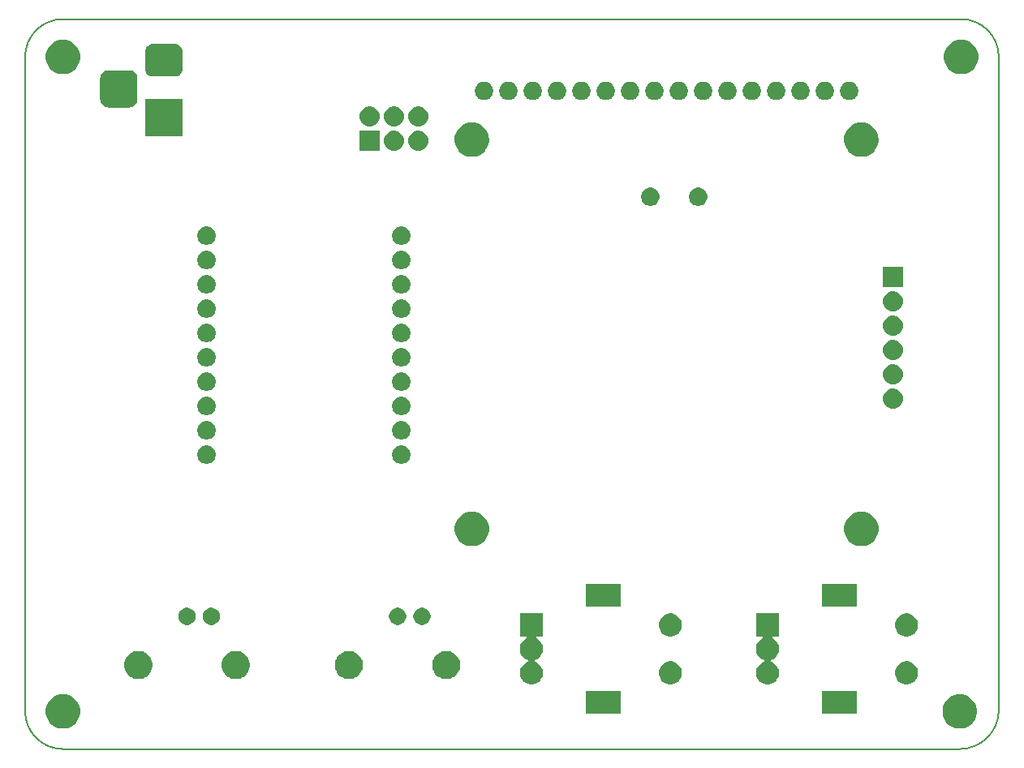
<source format=gbr>
%TF.GenerationSoftware,KiCad,Pcbnew,5.0.2-bee76a0~70~ubuntu18.04.1*%
%TF.CreationDate,2019-10-08T23:09:48-07:00*%
%TF.ProjectId,AD9850,41443938-3530-42e6-9b69-6361645f7063,rev?*%
%TF.SameCoordinates,Original*%
%TF.FileFunction,Soldermask,Bot*%
%TF.FilePolarity,Negative*%
%FSLAX46Y46*%
G04 Gerber Fmt 4.6, Leading zero omitted, Abs format (unit mm)*
G04 Created by KiCad (PCBNEW 5.0.2-bee76a0~70~ubuntu18.04.1) date Tue 08 Oct 2019 11:09:48 PM PDT*
%MOMM*%
%LPD*%
G01*
G04 APERTURE LIST*
%ADD10C,0.150000*%
%ADD11C,0.100000*%
G04 APERTURE END LIST*
D10*
X54610000Y-121793000D02*
X54610000Y-53467000D01*
X152146000Y-125730000D02*
X58547000Y-125730000D01*
X156210000Y-53467000D02*
X156210000Y-121666000D01*
X58547000Y-49530000D02*
X152273000Y-49530000D01*
X54610000Y-53467000D02*
G75*
G02X58547000Y-49530000I3937000J0D01*
G01*
X58547000Y-125730000D02*
G75*
G02X54610000Y-121793000I0J3937000D01*
G01*
X156210000Y-121666000D02*
G75*
G02X152146000Y-125730000I-4064000J0D01*
G01*
X152273000Y-49530000D02*
G75*
G02X156210000Y-53467000I0J-3937000D01*
G01*
D11*
G36*
X152555122Y-120039115D02*
X152671041Y-120062173D01*
X152998620Y-120197861D01*
X153289511Y-120392228D01*
X153293436Y-120394851D01*
X153544149Y-120645564D01*
X153741140Y-120940382D01*
X153876827Y-121267960D01*
X153946000Y-121615714D01*
X153946000Y-121970286D01*
X153876827Y-122318040D01*
X153741140Y-122645618D01*
X153544149Y-122940436D01*
X153293436Y-123191149D01*
X153293433Y-123191151D01*
X152998620Y-123388139D01*
X152671041Y-123523827D01*
X152555122Y-123546885D01*
X152323286Y-123593000D01*
X151968714Y-123593000D01*
X151736878Y-123546885D01*
X151620959Y-123523827D01*
X151293380Y-123388139D01*
X150998567Y-123191151D01*
X150998564Y-123191149D01*
X150747851Y-122940436D01*
X150550860Y-122645618D01*
X150415173Y-122318040D01*
X150346000Y-121970286D01*
X150346000Y-121615714D01*
X150415173Y-121267960D01*
X150550860Y-120940382D01*
X150747851Y-120645564D01*
X150998564Y-120394851D01*
X151002489Y-120392228D01*
X151293380Y-120197861D01*
X151620959Y-120062173D01*
X151736878Y-120039115D01*
X151968714Y-119993000D01*
X152323286Y-119993000D01*
X152555122Y-120039115D01*
X152555122Y-120039115D01*
G37*
G36*
X58956122Y-120039115D02*
X59072041Y-120062173D01*
X59399620Y-120197861D01*
X59690511Y-120392228D01*
X59694436Y-120394851D01*
X59945149Y-120645564D01*
X60142140Y-120940382D01*
X60277827Y-121267960D01*
X60347000Y-121615714D01*
X60347000Y-121970286D01*
X60277827Y-122318040D01*
X60142140Y-122645618D01*
X59945149Y-122940436D01*
X59694436Y-123191149D01*
X59694433Y-123191151D01*
X59399620Y-123388139D01*
X59072041Y-123523827D01*
X58956122Y-123546885D01*
X58724286Y-123593000D01*
X58369714Y-123593000D01*
X58137878Y-123546885D01*
X58021959Y-123523827D01*
X57694380Y-123388139D01*
X57399567Y-123191151D01*
X57399564Y-123191149D01*
X57148851Y-122940436D01*
X56951860Y-122645618D01*
X56816173Y-122318040D01*
X56747000Y-121970286D01*
X56747000Y-121615714D01*
X56816173Y-121267960D01*
X56951860Y-120940382D01*
X57148851Y-120645564D01*
X57399564Y-120394851D01*
X57403489Y-120392228D01*
X57694380Y-120197861D01*
X58021959Y-120062173D01*
X58137878Y-120039115D01*
X58369714Y-119993000D01*
X58724286Y-119993000D01*
X58956122Y-120039115D01*
X58956122Y-120039115D01*
G37*
G36*
X116742000Y-122076000D02*
X113142000Y-122076000D01*
X113142000Y-119676000D01*
X116742000Y-119676000D01*
X116742000Y-122076000D01*
X116742000Y-122076000D01*
G37*
G36*
X141380000Y-122076000D02*
X137780000Y-122076000D01*
X137780000Y-119676000D01*
X141380000Y-119676000D01*
X141380000Y-122076000D01*
X141380000Y-122076000D01*
G37*
G36*
X122292026Y-116622115D02*
X122510412Y-116712573D01*
X122706958Y-116843901D01*
X122874099Y-117011042D01*
X123005427Y-117207588D01*
X123095885Y-117425974D01*
X123142000Y-117657809D01*
X123142000Y-117894191D01*
X123095885Y-118126026D01*
X123005427Y-118344412D01*
X122874099Y-118540958D01*
X122706958Y-118708099D01*
X122510412Y-118839427D01*
X122292026Y-118929885D01*
X122060191Y-118976000D01*
X121823809Y-118976000D01*
X121591974Y-118929885D01*
X121373588Y-118839427D01*
X121177042Y-118708099D01*
X121009901Y-118540958D01*
X120878573Y-118344412D01*
X120788115Y-118126026D01*
X120742000Y-117894191D01*
X120742000Y-117657809D01*
X120788115Y-117425974D01*
X120878573Y-117207588D01*
X121009901Y-117011042D01*
X121177042Y-116843901D01*
X121373588Y-116712573D01*
X121591974Y-116622115D01*
X121823809Y-116576000D01*
X122060191Y-116576000D01*
X122292026Y-116622115D01*
X122292026Y-116622115D01*
G37*
G36*
X146930026Y-116622115D02*
X147148412Y-116712573D01*
X147344958Y-116843901D01*
X147512099Y-117011042D01*
X147643427Y-117207588D01*
X147733885Y-117425974D01*
X147780000Y-117657809D01*
X147780000Y-117894191D01*
X147733885Y-118126026D01*
X147643427Y-118344412D01*
X147512099Y-118540958D01*
X147344958Y-118708099D01*
X147148412Y-118839427D01*
X146930026Y-118929885D01*
X146698191Y-118976000D01*
X146461809Y-118976000D01*
X146229974Y-118929885D01*
X146011588Y-118839427D01*
X145815042Y-118708099D01*
X145647901Y-118540958D01*
X145516573Y-118344412D01*
X145426115Y-118126026D01*
X145380000Y-117894191D01*
X145380000Y-117657809D01*
X145426115Y-117425974D01*
X145516573Y-117207588D01*
X145647901Y-117011042D01*
X145815042Y-116843901D01*
X146011588Y-116712573D01*
X146229974Y-116622115D01*
X146461809Y-116576000D01*
X146698191Y-116576000D01*
X146930026Y-116622115D01*
X146930026Y-116622115D01*
G37*
G36*
X108642000Y-113976000D02*
X108067692Y-113976000D01*
X108043306Y-113978402D01*
X108019857Y-113985515D01*
X107998246Y-113997066D01*
X107979304Y-114012612D01*
X107963758Y-114031554D01*
X107952207Y-114053165D01*
X107945094Y-114076614D01*
X107942692Y-114101000D01*
X107945094Y-114125386D01*
X107952207Y-114148835D01*
X107963758Y-114170446D01*
X107979304Y-114189388D01*
X107998246Y-114204934D01*
X108001915Y-114206895D01*
X108206958Y-114343901D01*
X108374099Y-114511042D01*
X108505427Y-114707588D01*
X108595885Y-114925974D01*
X108642000Y-115157809D01*
X108642000Y-115394191D01*
X108595885Y-115626026D01*
X108505427Y-115844412D01*
X108374099Y-116040958D01*
X108206958Y-116208099D01*
X108010412Y-116339427D01*
X107838790Y-116410515D01*
X107817179Y-116422066D01*
X107798237Y-116437612D01*
X107782691Y-116456554D01*
X107771140Y-116478164D01*
X107764027Y-116501614D01*
X107761625Y-116526000D01*
X107764027Y-116550386D01*
X107771140Y-116573835D01*
X107782691Y-116595446D01*
X107798237Y-116614388D01*
X107817179Y-116629934D01*
X107838790Y-116641485D01*
X108010412Y-116712573D01*
X108206958Y-116843901D01*
X108374099Y-117011042D01*
X108505427Y-117207588D01*
X108595885Y-117425974D01*
X108642000Y-117657809D01*
X108642000Y-117894191D01*
X108595885Y-118126026D01*
X108505427Y-118344412D01*
X108374099Y-118540958D01*
X108206958Y-118708099D01*
X108010412Y-118839427D01*
X107792026Y-118929885D01*
X107560191Y-118976000D01*
X107323809Y-118976000D01*
X107091974Y-118929885D01*
X106873588Y-118839427D01*
X106677042Y-118708099D01*
X106509901Y-118540958D01*
X106378573Y-118344412D01*
X106288115Y-118126026D01*
X106242000Y-117894191D01*
X106242000Y-117657809D01*
X106288115Y-117425974D01*
X106378573Y-117207588D01*
X106509901Y-117011042D01*
X106677042Y-116843901D01*
X106873588Y-116712573D01*
X107045210Y-116641485D01*
X107066821Y-116629934D01*
X107085763Y-116614388D01*
X107101309Y-116595446D01*
X107112860Y-116573836D01*
X107119973Y-116550386D01*
X107122375Y-116526000D01*
X107119973Y-116501614D01*
X107112860Y-116478165D01*
X107101309Y-116456554D01*
X107085763Y-116437612D01*
X107066821Y-116422066D01*
X107045210Y-116410515D01*
X106873588Y-116339427D01*
X106677042Y-116208099D01*
X106509901Y-116040958D01*
X106378573Y-115844412D01*
X106288115Y-115626026D01*
X106242000Y-115394191D01*
X106242000Y-115157809D01*
X106288115Y-114925974D01*
X106378573Y-114707588D01*
X106509901Y-114511042D01*
X106677042Y-114343901D01*
X106882093Y-114206890D01*
X106885761Y-114204929D01*
X106904702Y-114189382D01*
X106920246Y-114170439D01*
X106931796Y-114148828D01*
X106938908Y-114125378D01*
X106941308Y-114100992D01*
X106938905Y-114076605D01*
X106931790Y-114053157D01*
X106920237Y-114031547D01*
X106904690Y-114012606D01*
X106885747Y-113997062D01*
X106864136Y-113985512D01*
X106840686Y-113978400D01*
X106816308Y-113976000D01*
X106242000Y-113976000D01*
X106242000Y-111576000D01*
X108642000Y-111576000D01*
X108642000Y-113976000D01*
X108642000Y-113976000D01*
G37*
G36*
X133280000Y-113976000D02*
X132705692Y-113976000D01*
X132681306Y-113978402D01*
X132657857Y-113985515D01*
X132636246Y-113997066D01*
X132617304Y-114012612D01*
X132601758Y-114031554D01*
X132590207Y-114053165D01*
X132583094Y-114076614D01*
X132580692Y-114101000D01*
X132583094Y-114125386D01*
X132590207Y-114148835D01*
X132601758Y-114170446D01*
X132617304Y-114189388D01*
X132636246Y-114204934D01*
X132639915Y-114206895D01*
X132844958Y-114343901D01*
X133012099Y-114511042D01*
X133143427Y-114707588D01*
X133233885Y-114925974D01*
X133280000Y-115157809D01*
X133280000Y-115394191D01*
X133233885Y-115626026D01*
X133143427Y-115844412D01*
X133012099Y-116040958D01*
X132844958Y-116208099D01*
X132648412Y-116339427D01*
X132476790Y-116410515D01*
X132455179Y-116422066D01*
X132436237Y-116437612D01*
X132420691Y-116456554D01*
X132409140Y-116478164D01*
X132402027Y-116501614D01*
X132399625Y-116526000D01*
X132402027Y-116550386D01*
X132409140Y-116573835D01*
X132420691Y-116595446D01*
X132436237Y-116614388D01*
X132455179Y-116629934D01*
X132476790Y-116641485D01*
X132648412Y-116712573D01*
X132844958Y-116843901D01*
X133012099Y-117011042D01*
X133143427Y-117207588D01*
X133233885Y-117425974D01*
X133280000Y-117657809D01*
X133280000Y-117894191D01*
X133233885Y-118126026D01*
X133143427Y-118344412D01*
X133012099Y-118540958D01*
X132844958Y-118708099D01*
X132648412Y-118839427D01*
X132430026Y-118929885D01*
X132198191Y-118976000D01*
X131961809Y-118976000D01*
X131729974Y-118929885D01*
X131511588Y-118839427D01*
X131315042Y-118708099D01*
X131147901Y-118540958D01*
X131016573Y-118344412D01*
X130926115Y-118126026D01*
X130880000Y-117894191D01*
X130880000Y-117657809D01*
X130926115Y-117425974D01*
X131016573Y-117207588D01*
X131147901Y-117011042D01*
X131315042Y-116843901D01*
X131511588Y-116712573D01*
X131683210Y-116641485D01*
X131704821Y-116629934D01*
X131723763Y-116614388D01*
X131739309Y-116595446D01*
X131750860Y-116573836D01*
X131757973Y-116550386D01*
X131760375Y-116526000D01*
X131757973Y-116501614D01*
X131750860Y-116478165D01*
X131739309Y-116456554D01*
X131723763Y-116437612D01*
X131704821Y-116422066D01*
X131683210Y-116410515D01*
X131511588Y-116339427D01*
X131315042Y-116208099D01*
X131147901Y-116040958D01*
X131016573Y-115844412D01*
X130926115Y-115626026D01*
X130880000Y-115394191D01*
X130880000Y-115157809D01*
X130926115Y-114925974D01*
X131016573Y-114707588D01*
X131147901Y-114511042D01*
X131315042Y-114343901D01*
X131520093Y-114206890D01*
X131523761Y-114204929D01*
X131542702Y-114189382D01*
X131558246Y-114170439D01*
X131569796Y-114148828D01*
X131576908Y-114125378D01*
X131579308Y-114100992D01*
X131576905Y-114076605D01*
X131569790Y-114053157D01*
X131558237Y-114031547D01*
X131542690Y-114012606D01*
X131523747Y-113997062D01*
X131502136Y-113985512D01*
X131478686Y-113978400D01*
X131454308Y-113976000D01*
X130880000Y-113976000D01*
X130880000Y-111576000D01*
X133280000Y-111576000D01*
X133280000Y-113976000D01*
X133280000Y-113976000D01*
G37*
G36*
X77009781Y-115553490D02*
X77277307Y-115664303D01*
X77518074Y-115825178D01*
X77722822Y-116029926D01*
X77883697Y-116270693D01*
X77994510Y-116538219D01*
X78051000Y-116822216D01*
X78051000Y-117111784D01*
X77994510Y-117395781D01*
X77883697Y-117663307D01*
X77722822Y-117904074D01*
X77518074Y-118108822D01*
X77277307Y-118269697D01*
X77009781Y-118380510D01*
X76725784Y-118437000D01*
X76436216Y-118437000D01*
X76152219Y-118380510D01*
X75884693Y-118269697D01*
X75643926Y-118108822D01*
X75439178Y-117904074D01*
X75278303Y-117663307D01*
X75167490Y-117395781D01*
X75111000Y-117111784D01*
X75111000Y-116822216D01*
X75167490Y-116538219D01*
X75278303Y-116270693D01*
X75439178Y-116029926D01*
X75643926Y-115825178D01*
X75884693Y-115664303D01*
X76152219Y-115553490D01*
X76436216Y-115497000D01*
X76725784Y-115497000D01*
X77009781Y-115553490D01*
X77009781Y-115553490D01*
G37*
G36*
X88820781Y-115553490D02*
X89088307Y-115664303D01*
X89329074Y-115825178D01*
X89533822Y-116029926D01*
X89694697Y-116270693D01*
X89805510Y-116538219D01*
X89862000Y-116822216D01*
X89862000Y-117111784D01*
X89805510Y-117395781D01*
X89694697Y-117663307D01*
X89533822Y-117904074D01*
X89329074Y-118108822D01*
X89088307Y-118269697D01*
X88820781Y-118380510D01*
X88536784Y-118437000D01*
X88247216Y-118437000D01*
X87963219Y-118380510D01*
X87695693Y-118269697D01*
X87454926Y-118108822D01*
X87250178Y-117904074D01*
X87089303Y-117663307D01*
X86978490Y-117395781D01*
X86922000Y-117111784D01*
X86922000Y-116822216D01*
X86978490Y-116538219D01*
X87089303Y-116270693D01*
X87250178Y-116029926D01*
X87454926Y-115825178D01*
X87695693Y-115664303D01*
X87963219Y-115553490D01*
X88247216Y-115497000D01*
X88536784Y-115497000D01*
X88820781Y-115553490D01*
X88820781Y-115553490D01*
G37*
G36*
X66849781Y-115553490D02*
X67117307Y-115664303D01*
X67358074Y-115825178D01*
X67562822Y-116029926D01*
X67723697Y-116270693D01*
X67834510Y-116538219D01*
X67891000Y-116822216D01*
X67891000Y-117111784D01*
X67834510Y-117395781D01*
X67723697Y-117663307D01*
X67562822Y-117904074D01*
X67358074Y-118108822D01*
X67117307Y-118269697D01*
X66849781Y-118380510D01*
X66565784Y-118437000D01*
X66276216Y-118437000D01*
X65992219Y-118380510D01*
X65724693Y-118269697D01*
X65483926Y-118108822D01*
X65279178Y-117904074D01*
X65118303Y-117663307D01*
X65007490Y-117395781D01*
X64951000Y-117111784D01*
X64951000Y-116822216D01*
X65007490Y-116538219D01*
X65118303Y-116270693D01*
X65279178Y-116029926D01*
X65483926Y-115825178D01*
X65724693Y-115664303D01*
X65992219Y-115553490D01*
X66276216Y-115497000D01*
X66565784Y-115497000D01*
X66849781Y-115553490D01*
X66849781Y-115553490D01*
G37*
G36*
X98980781Y-115553490D02*
X99248307Y-115664303D01*
X99489074Y-115825178D01*
X99693822Y-116029926D01*
X99854697Y-116270693D01*
X99965510Y-116538219D01*
X100022000Y-116822216D01*
X100022000Y-117111784D01*
X99965510Y-117395781D01*
X99854697Y-117663307D01*
X99693822Y-117904074D01*
X99489074Y-118108822D01*
X99248307Y-118269697D01*
X98980781Y-118380510D01*
X98696784Y-118437000D01*
X98407216Y-118437000D01*
X98123219Y-118380510D01*
X97855693Y-118269697D01*
X97614926Y-118108822D01*
X97410178Y-117904074D01*
X97249303Y-117663307D01*
X97138490Y-117395781D01*
X97082000Y-117111784D01*
X97082000Y-116822216D01*
X97138490Y-116538219D01*
X97249303Y-116270693D01*
X97410178Y-116029926D01*
X97614926Y-115825178D01*
X97855693Y-115664303D01*
X98123219Y-115553490D01*
X98407216Y-115497000D01*
X98696784Y-115497000D01*
X98980781Y-115553490D01*
X98980781Y-115553490D01*
G37*
G36*
X122292026Y-111622115D02*
X122510412Y-111712573D01*
X122706958Y-111843901D01*
X122874099Y-112011042D01*
X123005427Y-112207588D01*
X123095885Y-112425974D01*
X123142000Y-112657809D01*
X123142000Y-112894191D01*
X123095885Y-113126026D01*
X123005427Y-113344412D01*
X122874099Y-113540958D01*
X122706958Y-113708099D01*
X122510412Y-113839427D01*
X122292026Y-113929885D01*
X122060191Y-113976000D01*
X121823809Y-113976000D01*
X121591974Y-113929885D01*
X121373588Y-113839427D01*
X121177042Y-113708099D01*
X121009901Y-113540958D01*
X120878573Y-113344412D01*
X120788115Y-113126026D01*
X120742000Y-112894191D01*
X120742000Y-112657809D01*
X120788115Y-112425974D01*
X120878573Y-112207588D01*
X121009901Y-112011042D01*
X121177042Y-111843901D01*
X121373588Y-111712573D01*
X121591974Y-111622115D01*
X121823809Y-111576000D01*
X122060191Y-111576000D01*
X122292026Y-111622115D01*
X122292026Y-111622115D01*
G37*
G36*
X146930026Y-111622115D02*
X147148412Y-111712573D01*
X147344958Y-111843901D01*
X147512099Y-112011042D01*
X147643427Y-112207588D01*
X147733885Y-112425974D01*
X147780000Y-112657809D01*
X147780000Y-112894191D01*
X147733885Y-113126026D01*
X147643427Y-113344412D01*
X147512099Y-113540958D01*
X147344958Y-113708099D01*
X147148412Y-113839427D01*
X146930026Y-113929885D01*
X146698191Y-113976000D01*
X146461809Y-113976000D01*
X146229974Y-113929885D01*
X146011588Y-113839427D01*
X145815042Y-113708099D01*
X145647901Y-113540958D01*
X145516573Y-113344412D01*
X145426115Y-113126026D01*
X145380000Y-112894191D01*
X145380000Y-112657809D01*
X145426115Y-112425974D01*
X145516573Y-112207588D01*
X145647901Y-112011042D01*
X145815042Y-111843901D01*
X146011588Y-111712573D01*
X146229974Y-111622115D01*
X146461809Y-111576000D01*
X146698191Y-111576000D01*
X146930026Y-111622115D01*
X146930026Y-111622115D01*
G37*
G36*
X96274083Y-111023029D02*
X96437596Y-111090758D01*
X96584764Y-111189093D01*
X96709907Y-111314236D01*
X96808242Y-111461404D01*
X96875971Y-111624917D01*
X96910500Y-111798505D01*
X96910500Y-111975495D01*
X96875971Y-112149083D01*
X96808242Y-112312596D01*
X96709907Y-112459764D01*
X96584764Y-112584907D01*
X96584761Y-112584909D01*
X96584760Y-112584910D01*
X96437599Y-112683240D01*
X96437596Y-112683242D01*
X96274083Y-112750971D01*
X96100495Y-112785500D01*
X95923505Y-112785500D01*
X95749917Y-112750971D01*
X95586404Y-112683242D01*
X95586401Y-112683240D01*
X95439240Y-112584910D01*
X95439239Y-112584909D01*
X95439236Y-112584907D01*
X95314093Y-112459764D01*
X95215758Y-112312596D01*
X95148029Y-112149083D01*
X95113500Y-111975495D01*
X95113500Y-111798505D01*
X95148029Y-111624917D01*
X95215758Y-111461404D01*
X95314093Y-111314236D01*
X95439236Y-111189093D01*
X95586404Y-111090758D01*
X95749917Y-111023029D01*
X95923505Y-110988500D01*
X96100495Y-110988500D01*
X96274083Y-111023029D01*
X96274083Y-111023029D01*
G37*
G36*
X93734083Y-111023029D02*
X93897596Y-111090758D01*
X94044764Y-111189093D01*
X94169907Y-111314236D01*
X94268242Y-111461404D01*
X94335971Y-111624917D01*
X94370500Y-111798505D01*
X94370500Y-111975495D01*
X94335971Y-112149083D01*
X94268242Y-112312596D01*
X94169907Y-112459764D01*
X94044764Y-112584907D01*
X94044761Y-112584909D01*
X94044760Y-112584910D01*
X93897599Y-112683240D01*
X93897596Y-112683242D01*
X93734083Y-112750971D01*
X93560495Y-112785500D01*
X93383505Y-112785500D01*
X93209917Y-112750971D01*
X93046404Y-112683242D01*
X93046401Y-112683240D01*
X92899240Y-112584910D01*
X92899239Y-112584909D01*
X92899236Y-112584907D01*
X92774093Y-112459764D01*
X92675758Y-112312596D01*
X92608029Y-112149083D01*
X92573500Y-111975495D01*
X92573500Y-111798505D01*
X92608029Y-111624917D01*
X92675758Y-111461404D01*
X92774093Y-111314236D01*
X92899236Y-111189093D01*
X93046404Y-111090758D01*
X93209917Y-111023029D01*
X93383505Y-110988500D01*
X93560495Y-110988500D01*
X93734083Y-111023029D01*
X93734083Y-111023029D01*
G37*
G36*
X71763083Y-111023029D02*
X71926596Y-111090758D01*
X72073764Y-111189093D01*
X72198907Y-111314236D01*
X72297242Y-111461404D01*
X72364971Y-111624917D01*
X72399500Y-111798505D01*
X72399500Y-111975495D01*
X72364971Y-112149083D01*
X72297242Y-112312596D01*
X72198907Y-112459764D01*
X72073764Y-112584907D01*
X72073761Y-112584909D01*
X72073760Y-112584910D01*
X71926599Y-112683240D01*
X71926596Y-112683242D01*
X71763083Y-112750971D01*
X71589495Y-112785500D01*
X71412505Y-112785500D01*
X71238917Y-112750971D01*
X71075404Y-112683242D01*
X71075401Y-112683240D01*
X70928240Y-112584910D01*
X70928239Y-112584909D01*
X70928236Y-112584907D01*
X70803093Y-112459764D01*
X70704758Y-112312596D01*
X70637029Y-112149083D01*
X70602500Y-111975495D01*
X70602500Y-111798505D01*
X70637029Y-111624917D01*
X70704758Y-111461404D01*
X70803093Y-111314236D01*
X70928236Y-111189093D01*
X71075404Y-111090758D01*
X71238917Y-111023029D01*
X71412505Y-110988500D01*
X71589495Y-110988500D01*
X71763083Y-111023029D01*
X71763083Y-111023029D01*
G37*
G36*
X74303083Y-111023029D02*
X74466596Y-111090758D01*
X74613764Y-111189093D01*
X74738907Y-111314236D01*
X74837242Y-111461404D01*
X74904971Y-111624917D01*
X74939500Y-111798505D01*
X74939500Y-111975495D01*
X74904971Y-112149083D01*
X74837242Y-112312596D01*
X74738907Y-112459764D01*
X74613764Y-112584907D01*
X74613761Y-112584909D01*
X74613760Y-112584910D01*
X74466599Y-112683240D01*
X74466596Y-112683242D01*
X74303083Y-112750971D01*
X74129495Y-112785500D01*
X73952505Y-112785500D01*
X73778917Y-112750971D01*
X73615404Y-112683242D01*
X73615401Y-112683240D01*
X73468240Y-112584910D01*
X73468239Y-112584909D01*
X73468236Y-112584907D01*
X73343093Y-112459764D01*
X73244758Y-112312596D01*
X73177029Y-112149083D01*
X73142500Y-111975495D01*
X73142500Y-111798505D01*
X73177029Y-111624917D01*
X73244758Y-111461404D01*
X73343093Y-111314236D01*
X73468236Y-111189093D01*
X73615404Y-111090758D01*
X73778917Y-111023029D01*
X73952505Y-110988500D01*
X74129495Y-110988500D01*
X74303083Y-111023029D01*
X74303083Y-111023029D01*
G37*
G36*
X141380000Y-110876000D02*
X137780000Y-110876000D01*
X137780000Y-108476000D01*
X141380000Y-108476000D01*
X141380000Y-110876000D01*
X141380000Y-110876000D01*
G37*
G36*
X116742000Y-110876000D02*
X113142000Y-110876000D01*
X113142000Y-108476000D01*
X116742000Y-108476000D01*
X116742000Y-110876000D01*
X116742000Y-110876000D01*
G37*
G36*
X142268122Y-100989115D02*
X142384041Y-101012173D01*
X142711620Y-101147861D01*
X143002511Y-101342228D01*
X143006436Y-101344851D01*
X143257149Y-101595564D01*
X143454140Y-101890382D01*
X143589827Y-102217960D01*
X143659000Y-102565714D01*
X143659000Y-102920286D01*
X143589827Y-103268040D01*
X143454140Y-103595618D01*
X143257149Y-103890436D01*
X143006436Y-104141149D01*
X143006433Y-104141151D01*
X142711620Y-104338139D01*
X142384041Y-104473827D01*
X142268122Y-104496885D01*
X142036286Y-104543000D01*
X141681714Y-104543000D01*
X141449878Y-104496885D01*
X141333959Y-104473827D01*
X141006380Y-104338139D01*
X140711567Y-104141151D01*
X140711564Y-104141149D01*
X140460851Y-103890436D01*
X140263860Y-103595618D01*
X140128173Y-103268040D01*
X140059000Y-102920286D01*
X140059000Y-102565714D01*
X140128173Y-102217960D01*
X140263860Y-101890382D01*
X140460851Y-101595564D01*
X140711564Y-101344851D01*
X140715489Y-101342228D01*
X141006380Y-101147861D01*
X141333959Y-101012173D01*
X141449878Y-100989115D01*
X141681714Y-100943000D01*
X142036286Y-100943000D01*
X142268122Y-100989115D01*
X142268122Y-100989115D01*
G37*
G36*
X101628122Y-100989115D02*
X101744041Y-101012173D01*
X102071620Y-101147861D01*
X102362511Y-101342228D01*
X102366436Y-101344851D01*
X102617149Y-101595564D01*
X102814140Y-101890382D01*
X102949827Y-102217960D01*
X103019000Y-102565714D01*
X103019000Y-102920286D01*
X102949827Y-103268040D01*
X102814140Y-103595618D01*
X102617149Y-103890436D01*
X102366436Y-104141149D01*
X102366433Y-104141151D01*
X102071620Y-104338139D01*
X101744041Y-104473827D01*
X101628122Y-104496885D01*
X101396286Y-104543000D01*
X101041714Y-104543000D01*
X100809878Y-104496885D01*
X100693959Y-104473827D01*
X100366380Y-104338139D01*
X100071567Y-104141151D01*
X100071564Y-104141149D01*
X99820851Y-103890436D01*
X99623860Y-103595618D01*
X99488173Y-103268040D01*
X99419000Y-102920286D01*
X99419000Y-102565714D01*
X99488173Y-102217960D01*
X99623860Y-101890382D01*
X99820851Y-101595564D01*
X100071564Y-101344851D01*
X100075489Y-101342228D01*
X100366380Y-101147861D01*
X100693959Y-101012173D01*
X100809878Y-100989115D01*
X101041714Y-100943000D01*
X101396286Y-100943000D01*
X101628122Y-100989115D01*
X101628122Y-100989115D01*
G37*
G36*
X73813603Y-94070968D02*
X73813606Y-94070969D01*
X73813605Y-94070969D01*
X73988678Y-94143486D01*
X73988679Y-94143487D01*
X74146241Y-94248767D01*
X74280233Y-94382759D01*
X74280234Y-94382761D01*
X74385514Y-94540322D01*
X74441603Y-94675734D01*
X74458032Y-94715397D01*
X74495000Y-94901250D01*
X74495000Y-95090750D01*
X74458032Y-95276603D01*
X74458031Y-95276605D01*
X74385514Y-95451678D01*
X74385513Y-95451679D01*
X74280233Y-95609241D01*
X74146241Y-95743233D01*
X74066923Y-95796232D01*
X73988678Y-95848514D01*
X73853266Y-95904603D01*
X73813603Y-95921032D01*
X73627750Y-95958000D01*
X73438250Y-95958000D01*
X73252397Y-95921032D01*
X73212734Y-95904603D01*
X73077322Y-95848514D01*
X72999077Y-95796232D01*
X72919759Y-95743233D01*
X72785767Y-95609241D01*
X72680487Y-95451679D01*
X72680486Y-95451678D01*
X72607969Y-95276605D01*
X72607968Y-95276603D01*
X72571000Y-95090750D01*
X72571000Y-94901250D01*
X72607968Y-94715397D01*
X72624397Y-94675734D01*
X72680486Y-94540322D01*
X72785766Y-94382761D01*
X72785767Y-94382759D01*
X72919759Y-94248767D01*
X73077321Y-94143487D01*
X73077322Y-94143486D01*
X73252395Y-94070969D01*
X73252394Y-94070969D01*
X73252397Y-94070968D01*
X73438250Y-94034000D01*
X73627750Y-94034000D01*
X73813603Y-94070968D01*
X73813603Y-94070968D01*
G37*
G36*
X94133603Y-94070968D02*
X94133606Y-94070969D01*
X94133605Y-94070969D01*
X94308678Y-94143486D01*
X94308679Y-94143487D01*
X94466241Y-94248767D01*
X94600233Y-94382759D01*
X94600234Y-94382761D01*
X94705514Y-94540322D01*
X94761603Y-94675734D01*
X94778032Y-94715397D01*
X94815000Y-94901250D01*
X94815000Y-95090750D01*
X94778032Y-95276603D01*
X94778031Y-95276605D01*
X94705514Y-95451678D01*
X94705513Y-95451679D01*
X94600233Y-95609241D01*
X94466241Y-95743233D01*
X94386923Y-95796232D01*
X94308678Y-95848514D01*
X94173266Y-95904603D01*
X94133603Y-95921032D01*
X93947750Y-95958000D01*
X93758250Y-95958000D01*
X93572397Y-95921032D01*
X93532734Y-95904603D01*
X93397322Y-95848514D01*
X93319077Y-95796232D01*
X93239759Y-95743233D01*
X93105767Y-95609241D01*
X93000487Y-95451679D01*
X93000486Y-95451678D01*
X92927969Y-95276605D01*
X92927968Y-95276603D01*
X92891000Y-95090750D01*
X92891000Y-94901250D01*
X92927968Y-94715397D01*
X92944397Y-94675734D01*
X93000486Y-94540322D01*
X93105766Y-94382761D01*
X93105767Y-94382759D01*
X93239759Y-94248767D01*
X93397321Y-94143487D01*
X93397322Y-94143486D01*
X93572395Y-94070969D01*
X93572394Y-94070969D01*
X93572397Y-94070968D01*
X93758250Y-94034000D01*
X93947750Y-94034000D01*
X94133603Y-94070968D01*
X94133603Y-94070968D01*
G37*
G36*
X94133603Y-91530968D02*
X94133606Y-91530969D01*
X94133605Y-91530969D01*
X94308678Y-91603486D01*
X94308679Y-91603487D01*
X94466241Y-91708767D01*
X94600233Y-91842759D01*
X94600234Y-91842761D01*
X94705514Y-92000322D01*
X94761603Y-92135734D01*
X94778032Y-92175397D01*
X94815000Y-92361250D01*
X94815000Y-92550750D01*
X94778032Y-92736603D01*
X94778031Y-92736605D01*
X94705514Y-92911678D01*
X94705513Y-92911679D01*
X94600233Y-93069241D01*
X94466241Y-93203233D01*
X94386923Y-93256232D01*
X94308678Y-93308514D01*
X94173266Y-93364603D01*
X94133603Y-93381032D01*
X93947750Y-93418000D01*
X93758250Y-93418000D01*
X93572397Y-93381032D01*
X93532734Y-93364603D01*
X93397322Y-93308514D01*
X93319077Y-93256232D01*
X93239759Y-93203233D01*
X93105767Y-93069241D01*
X93000487Y-92911679D01*
X93000486Y-92911678D01*
X92927969Y-92736605D01*
X92927968Y-92736603D01*
X92891000Y-92550750D01*
X92891000Y-92361250D01*
X92927968Y-92175397D01*
X92944397Y-92135734D01*
X93000486Y-92000322D01*
X93105766Y-91842761D01*
X93105767Y-91842759D01*
X93239759Y-91708767D01*
X93397321Y-91603487D01*
X93397322Y-91603486D01*
X93572395Y-91530969D01*
X93572394Y-91530969D01*
X93572397Y-91530968D01*
X93758250Y-91494000D01*
X93947750Y-91494000D01*
X94133603Y-91530968D01*
X94133603Y-91530968D01*
G37*
G36*
X73813603Y-91530968D02*
X73813606Y-91530969D01*
X73813605Y-91530969D01*
X73988678Y-91603486D01*
X73988679Y-91603487D01*
X74146241Y-91708767D01*
X74280233Y-91842759D01*
X74280234Y-91842761D01*
X74385514Y-92000322D01*
X74441603Y-92135734D01*
X74458032Y-92175397D01*
X74495000Y-92361250D01*
X74495000Y-92550750D01*
X74458032Y-92736603D01*
X74458031Y-92736605D01*
X74385514Y-92911678D01*
X74385513Y-92911679D01*
X74280233Y-93069241D01*
X74146241Y-93203233D01*
X74066923Y-93256232D01*
X73988678Y-93308514D01*
X73853266Y-93364603D01*
X73813603Y-93381032D01*
X73627750Y-93418000D01*
X73438250Y-93418000D01*
X73252397Y-93381032D01*
X73212734Y-93364603D01*
X73077322Y-93308514D01*
X72999077Y-93256232D01*
X72919759Y-93203233D01*
X72785767Y-93069241D01*
X72680487Y-92911679D01*
X72680486Y-92911678D01*
X72607969Y-92736605D01*
X72607968Y-92736603D01*
X72571000Y-92550750D01*
X72571000Y-92361250D01*
X72607968Y-92175397D01*
X72624397Y-92135734D01*
X72680486Y-92000322D01*
X72785766Y-91842761D01*
X72785767Y-91842759D01*
X72919759Y-91708767D01*
X73077321Y-91603487D01*
X73077322Y-91603486D01*
X73252395Y-91530969D01*
X73252394Y-91530969D01*
X73252397Y-91530968D01*
X73438250Y-91494000D01*
X73627750Y-91494000D01*
X73813603Y-91530968D01*
X73813603Y-91530968D01*
G37*
G36*
X94133603Y-88990968D02*
X94133606Y-88990969D01*
X94133605Y-88990969D01*
X94308678Y-89063486D01*
X94308679Y-89063487D01*
X94466241Y-89168767D01*
X94600233Y-89302759D01*
X94600234Y-89302761D01*
X94705514Y-89460322D01*
X94745875Y-89557763D01*
X94778032Y-89635397D01*
X94815000Y-89821250D01*
X94815000Y-90010750D01*
X94778032Y-90196603D01*
X94778031Y-90196605D01*
X94705514Y-90371678D01*
X94705513Y-90371679D01*
X94600233Y-90529241D01*
X94466241Y-90663233D01*
X94386923Y-90716232D01*
X94308678Y-90768514D01*
X94173266Y-90824603D01*
X94133603Y-90841032D01*
X93947750Y-90878000D01*
X93758250Y-90878000D01*
X93572397Y-90841032D01*
X93532734Y-90824603D01*
X93397322Y-90768514D01*
X93319077Y-90716232D01*
X93239759Y-90663233D01*
X93105767Y-90529241D01*
X93000487Y-90371679D01*
X93000486Y-90371678D01*
X92927969Y-90196605D01*
X92927968Y-90196603D01*
X92891000Y-90010750D01*
X92891000Y-89821250D01*
X92927968Y-89635397D01*
X92960125Y-89557763D01*
X93000486Y-89460322D01*
X93105766Y-89302761D01*
X93105767Y-89302759D01*
X93239759Y-89168767D01*
X93397321Y-89063487D01*
X93397322Y-89063486D01*
X93572395Y-88990969D01*
X93572394Y-88990969D01*
X93572397Y-88990968D01*
X93758250Y-88954000D01*
X93947750Y-88954000D01*
X94133603Y-88990968D01*
X94133603Y-88990968D01*
G37*
G36*
X73813603Y-88990968D02*
X73813606Y-88990969D01*
X73813605Y-88990969D01*
X73988678Y-89063486D01*
X73988679Y-89063487D01*
X74146241Y-89168767D01*
X74280233Y-89302759D01*
X74280234Y-89302761D01*
X74385514Y-89460322D01*
X74425875Y-89557763D01*
X74458032Y-89635397D01*
X74495000Y-89821250D01*
X74495000Y-90010750D01*
X74458032Y-90196603D01*
X74458031Y-90196605D01*
X74385514Y-90371678D01*
X74385513Y-90371679D01*
X74280233Y-90529241D01*
X74146241Y-90663233D01*
X74066923Y-90716232D01*
X73988678Y-90768514D01*
X73853266Y-90824603D01*
X73813603Y-90841032D01*
X73627750Y-90878000D01*
X73438250Y-90878000D01*
X73252397Y-90841032D01*
X73212734Y-90824603D01*
X73077322Y-90768514D01*
X72999077Y-90716232D01*
X72919759Y-90663233D01*
X72785767Y-90529241D01*
X72680487Y-90371679D01*
X72680486Y-90371678D01*
X72607969Y-90196605D01*
X72607968Y-90196603D01*
X72571000Y-90010750D01*
X72571000Y-89821250D01*
X72607968Y-89635397D01*
X72640125Y-89557763D01*
X72680486Y-89460322D01*
X72785766Y-89302761D01*
X72785767Y-89302759D01*
X72919759Y-89168767D01*
X73077321Y-89063487D01*
X73077322Y-89063486D01*
X73252395Y-88990969D01*
X73252394Y-88990969D01*
X73252397Y-88990968D01*
X73438250Y-88954000D01*
X73627750Y-88954000D01*
X73813603Y-88990968D01*
X73813603Y-88990968D01*
G37*
G36*
X145289707Y-88111597D02*
X145366836Y-88119193D01*
X145498787Y-88159220D01*
X145564763Y-88179233D01*
X145747172Y-88276733D01*
X145907054Y-88407946D01*
X146038267Y-88567828D01*
X146135767Y-88750237D01*
X146135767Y-88750238D01*
X146195807Y-88948164D01*
X146216080Y-89154000D01*
X146195807Y-89359836D01*
X146165325Y-89460321D01*
X146135767Y-89557763D01*
X146038267Y-89740172D01*
X145907054Y-89900054D01*
X145747172Y-90031267D01*
X145564763Y-90128767D01*
X145498787Y-90148780D01*
X145366836Y-90188807D01*
X145289707Y-90196403D01*
X145212580Y-90204000D01*
X145109420Y-90204000D01*
X145032293Y-90196403D01*
X144955164Y-90188807D01*
X144823213Y-90148780D01*
X144757237Y-90128767D01*
X144574828Y-90031267D01*
X144414946Y-89900054D01*
X144283733Y-89740172D01*
X144186233Y-89557763D01*
X144156675Y-89460321D01*
X144126193Y-89359836D01*
X144105920Y-89154000D01*
X144126193Y-88948164D01*
X144186233Y-88750238D01*
X144186233Y-88750237D01*
X144283733Y-88567828D01*
X144414946Y-88407946D01*
X144574828Y-88276733D01*
X144757237Y-88179233D01*
X144823213Y-88159220D01*
X144955164Y-88119193D01*
X145032293Y-88111597D01*
X145109420Y-88104000D01*
X145212580Y-88104000D01*
X145289707Y-88111597D01*
X145289707Y-88111597D01*
G37*
G36*
X94133603Y-86450968D02*
X94133606Y-86450969D01*
X94133605Y-86450969D01*
X94308678Y-86523486D01*
X94308679Y-86523487D01*
X94466241Y-86628767D01*
X94600233Y-86762759D01*
X94600234Y-86762761D01*
X94705514Y-86920322D01*
X94745875Y-87017763D01*
X94778032Y-87095397D01*
X94815000Y-87281250D01*
X94815000Y-87470750D01*
X94778032Y-87656603D01*
X94778031Y-87656605D01*
X94705514Y-87831678D01*
X94705513Y-87831679D01*
X94600233Y-87989241D01*
X94466241Y-88123233D01*
X94386923Y-88176232D01*
X94308678Y-88228514D01*
X94192266Y-88276733D01*
X94133603Y-88301032D01*
X93947750Y-88338000D01*
X93758250Y-88338000D01*
X93572397Y-88301032D01*
X93513734Y-88276733D01*
X93397322Y-88228514D01*
X93319077Y-88176232D01*
X93239759Y-88123233D01*
X93105767Y-87989241D01*
X93000487Y-87831679D01*
X93000486Y-87831678D01*
X92927969Y-87656605D01*
X92927968Y-87656603D01*
X92891000Y-87470750D01*
X92891000Y-87281250D01*
X92927968Y-87095397D01*
X92960125Y-87017763D01*
X93000486Y-86920322D01*
X93105766Y-86762761D01*
X93105767Y-86762759D01*
X93239759Y-86628767D01*
X93397321Y-86523487D01*
X93397322Y-86523486D01*
X93572395Y-86450969D01*
X93572394Y-86450969D01*
X93572397Y-86450968D01*
X93758250Y-86414000D01*
X93947750Y-86414000D01*
X94133603Y-86450968D01*
X94133603Y-86450968D01*
G37*
G36*
X73813603Y-86450968D02*
X73813606Y-86450969D01*
X73813605Y-86450969D01*
X73988678Y-86523486D01*
X73988679Y-86523487D01*
X74146241Y-86628767D01*
X74280233Y-86762759D01*
X74280234Y-86762761D01*
X74385514Y-86920322D01*
X74425875Y-87017763D01*
X74458032Y-87095397D01*
X74495000Y-87281250D01*
X74495000Y-87470750D01*
X74458032Y-87656603D01*
X74458031Y-87656605D01*
X74385514Y-87831678D01*
X74385513Y-87831679D01*
X74280233Y-87989241D01*
X74146241Y-88123233D01*
X74066923Y-88176232D01*
X73988678Y-88228514D01*
X73872266Y-88276733D01*
X73813603Y-88301032D01*
X73627750Y-88338000D01*
X73438250Y-88338000D01*
X73252397Y-88301032D01*
X73193734Y-88276733D01*
X73077322Y-88228514D01*
X72999077Y-88176232D01*
X72919759Y-88123233D01*
X72785767Y-87989241D01*
X72680487Y-87831679D01*
X72680486Y-87831678D01*
X72607969Y-87656605D01*
X72607968Y-87656603D01*
X72571000Y-87470750D01*
X72571000Y-87281250D01*
X72607968Y-87095397D01*
X72640125Y-87017763D01*
X72680486Y-86920322D01*
X72785766Y-86762761D01*
X72785767Y-86762759D01*
X72919759Y-86628767D01*
X73077321Y-86523487D01*
X73077322Y-86523486D01*
X73252395Y-86450969D01*
X73252394Y-86450969D01*
X73252397Y-86450968D01*
X73438250Y-86414000D01*
X73627750Y-86414000D01*
X73813603Y-86450968D01*
X73813603Y-86450968D01*
G37*
G36*
X145289707Y-85571596D02*
X145366836Y-85579193D01*
X145498787Y-85619220D01*
X145564763Y-85639233D01*
X145747172Y-85736733D01*
X145907054Y-85867946D01*
X146038267Y-86027828D01*
X146135767Y-86210237D01*
X146135767Y-86210238D01*
X146195807Y-86408164D01*
X146216080Y-86614000D01*
X146195807Y-86819836D01*
X146165325Y-86920321D01*
X146135767Y-87017763D01*
X146038267Y-87200172D01*
X145907054Y-87360054D01*
X145747172Y-87491267D01*
X145564763Y-87588767D01*
X145498787Y-87608780D01*
X145366836Y-87648807D01*
X145289707Y-87656403D01*
X145212580Y-87664000D01*
X145109420Y-87664000D01*
X145032293Y-87656403D01*
X144955164Y-87648807D01*
X144823213Y-87608780D01*
X144757237Y-87588767D01*
X144574828Y-87491267D01*
X144414946Y-87360054D01*
X144283733Y-87200172D01*
X144186233Y-87017763D01*
X144156675Y-86920321D01*
X144126193Y-86819836D01*
X144105920Y-86614000D01*
X144126193Y-86408164D01*
X144186233Y-86210238D01*
X144186233Y-86210237D01*
X144283733Y-86027828D01*
X144414946Y-85867946D01*
X144574828Y-85736733D01*
X144757237Y-85639233D01*
X144823213Y-85619220D01*
X144955164Y-85579193D01*
X145032293Y-85571596D01*
X145109420Y-85564000D01*
X145212580Y-85564000D01*
X145289707Y-85571596D01*
X145289707Y-85571596D01*
G37*
G36*
X94133603Y-83910968D02*
X94133606Y-83910969D01*
X94133605Y-83910969D01*
X94308678Y-83983486D01*
X94308679Y-83983487D01*
X94466241Y-84088767D01*
X94600233Y-84222759D01*
X94600234Y-84222761D01*
X94705514Y-84380322D01*
X94745875Y-84477763D01*
X94778032Y-84555397D01*
X94815000Y-84741250D01*
X94815000Y-84930750D01*
X94778032Y-85116603D01*
X94778031Y-85116605D01*
X94705514Y-85291678D01*
X94705513Y-85291679D01*
X94600233Y-85449241D01*
X94466241Y-85583233D01*
X94386923Y-85636232D01*
X94308678Y-85688514D01*
X94192266Y-85736733D01*
X94133603Y-85761032D01*
X93947750Y-85798000D01*
X93758250Y-85798000D01*
X93572397Y-85761032D01*
X93513734Y-85736733D01*
X93397322Y-85688514D01*
X93319077Y-85636232D01*
X93239759Y-85583233D01*
X93105767Y-85449241D01*
X93000487Y-85291679D01*
X93000486Y-85291678D01*
X92927969Y-85116605D01*
X92927968Y-85116603D01*
X92891000Y-84930750D01*
X92891000Y-84741250D01*
X92927968Y-84555397D01*
X92960125Y-84477763D01*
X93000486Y-84380322D01*
X93105766Y-84222761D01*
X93105767Y-84222759D01*
X93239759Y-84088767D01*
X93397321Y-83983487D01*
X93397322Y-83983486D01*
X93572395Y-83910969D01*
X93572394Y-83910969D01*
X93572397Y-83910968D01*
X93758250Y-83874000D01*
X93947750Y-83874000D01*
X94133603Y-83910968D01*
X94133603Y-83910968D01*
G37*
G36*
X73813603Y-83910968D02*
X73813606Y-83910969D01*
X73813605Y-83910969D01*
X73988678Y-83983486D01*
X73988679Y-83983487D01*
X74146241Y-84088767D01*
X74280233Y-84222759D01*
X74280234Y-84222761D01*
X74385514Y-84380322D01*
X74425875Y-84477763D01*
X74458032Y-84555397D01*
X74495000Y-84741250D01*
X74495000Y-84930750D01*
X74458032Y-85116603D01*
X74458031Y-85116605D01*
X74385514Y-85291678D01*
X74385513Y-85291679D01*
X74280233Y-85449241D01*
X74146241Y-85583233D01*
X74066923Y-85636232D01*
X73988678Y-85688514D01*
X73872266Y-85736733D01*
X73813603Y-85761032D01*
X73627750Y-85798000D01*
X73438250Y-85798000D01*
X73252397Y-85761032D01*
X73193734Y-85736733D01*
X73077322Y-85688514D01*
X72999077Y-85636232D01*
X72919759Y-85583233D01*
X72785767Y-85449241D01*
X72680487Y-85291679D01*
X72680486Y-85291678D01*
X72607969Y-85116605D01*
X72607968Y-85116603D01*
X72571000Y-84930750D01*
X72571000Y-84741250D01*
X72607968Y-84555397D01*
X72640125Y-84477763D01*
X72680486Y-84380322D01*
X72785766Y-84222761D01*
X72785767Y-84222759D01*
X72919759Y-84088767D01*
X73077321Y-83983487D01*
X73077322Y-83983486D01*
X73252395Y-83910969D01*
X73252394Y-83910969D01*
X73252397Y-83910968D01*
X73438250Y-83874000D01*
X73627750Y-83874000D01*
X73813603Y-83910968D01*
X73813603Y-83910968D01*
G37*
G36*
X145289707Y-83031597D02*
X145366836Y-83039193D01*
X145498787Y-83079220D01*
X145564763Y-83099233D01*
X145747172Y-83196733D01*
X145907054Y-83327946D01*
X146038267Y-83487828D01*
X146135767Y-83670237D01*
X146135767Y-83670238D01*
X146195807Y-83868164D01*
X146216080Y-84074000D01*
X146195807Y-84279836D01*
X146165325Y-84380321D01*
X146135767Y-84477763D01*
X146038267Y-84660172D01*
X145907054Y-84820054D01*
X145747172Y-84951267D01*
X145564763Y-85048767D01*
X145498787Y-85068780D01*
X145366836Y-85108807D01*
X145289707Y-85116404D01*
X145212580Y-85124000D01*
X145109420Y-85124000D01*
X145032293Y-85116404D01*
X144955164Y-85108807D01*
X144823213Y-85068780D01*
X144757237Y-85048767D01*
X144574828Y-84951267D01*
X144414946Y-84820054D01*
X144283733Y-84660172D01*
X144186233Y-84477763D01*
X144156675Y-84380321D01*
X144126193Y-84279836D01*
X144105920Y-84074000D01*
X144126193Y-83868164D01*
X144186233Y-83670238D01*
X144186233Y-83670237D01*
X144283733Y-83487828D01*
X144414946Y-83327946D01*
X144574828Y-83196733D01*
X144757237Y-83099233D01*
X144823213Y-83079220D01*
X144955164Y-83039193D01*
X145032293Y-83031597D01*
X145109420Y-83024000D01*
X145212580Y-83024000D01*
X145289707Y-83031597D01*
X145289707Y-83031597D01*
G37*
G36*
X73813603Y-81370968D02*
X73813606Y-81370969D01*
X73813605Y-81370969D01*
X73988678Y-81443486D01*
X73988679Y-81443487D01*
X74146241Y-81548767D01*
X74280233Y-81682759D01*
X74280234Y-81682761D01*
X74385514Y-81840322D01*
X74425875Y-81937763D01*
X74458032Y-82015397D01*
X74495000Y-82201250D01*
X74495000Y-82390750D01*
X74458032Y-82576603D01*
X74458031Y-82576605D01*
X74385514Y-82751678D01*
X74385513Y-82751679D01*
X74280233Y-82909241D01*
X74146241Y-83043233D01*
X74066923Y-83096232D01*
X73988678Y-83148514D01*
X73872266Y-83196733D01*
X73813603Y-83221032D01*
X73627750Y-83258000D01*
X73438250Y-83258000D01*
X73252397Y-83221032D01*
X73193734Y-83196733D01*
X73077322Y-83148514D01*
X72999077Y-83096232D01*
X72919759Y-83043233D01*
X72785767Y-82909241D01*
X72680487Y-82751679D01*
X72680486Y-82751678D01*
X72607969Y-82576605D01*
X72607968Y-82576603D01*
X72571000Y-82390750D01*
X72571000Y-82201250D01*
X72607968Y-82015397D01*
X72640125Y-81937763D01*
X72680486Y-81840322D01*
X72785766Y-81682761D01*
X72785767Y-81682759D01*
X72919759Y-81548767D01*
X73077321Y-81443487D01*
X73077322Y-81443486D01*
X73252395Y-81370969D01*
X73252394Y-81370969D01*
X73252397Y-81370968D01*
X73438250Y-81334000D01*
X73627750Y-81334000D01*
X73813603Y-81370968D01*
X73813603Y-81370968D01*
G37*
G36*
X94133603Y-81370968D02*
X94133606Y-81370969D01*
X94133605Y-81370969D01*
X94308678Y-81443486D01*
X94308679Y-81443487D01*
X94466241Y-81548767D01*
X94600233Y-81682759D01*
X94600234Y-81682761D01*
X94705514Y-81840322D01*
X94745875Y-81937763D01*
X94778032Y-82015397D01*
X94815000Y-82201250D01*
X94815000Y-82390750D01*
X94778032Y-82576603D01*
X94778031Y-82576605D01*
X94705514Y-82751678D01*
X94705513Y-82751679D01*
X94600233Y-82909241D01*
X94466241Y-83043233D01*
X94386923Y-83096232D01*
X94308678Y-83148514D01*
X94192266Y-83196733D01*
X94133603Y-83221032D01*
X93947750Y-83258000D01*
X93758250Y-83258000D01*
X93572397Y-83221032D01*
X93513734Y-83196733D01*
X93397322Y-83148514D01*
X93319077Y-83096232D01*
X93239759Y-83043233D01*
X93105767Y-82909241D01*
X93000487Y-82751679D01*
X93000486Y-82751678D01*
X92927969Y-82576605D01*
X92927968Y-82576603D01*
X92891000Y-82390750D01*
X92891000Y-82201250D01*
X92927968Y-82015397D01*
X92960125Y-81937763D01*
X93000486Y-81840322D01*
X93105766Y-81682761D01*
X93105767Y-81682759D01*
X93239759Y-81548767D01*
X93397321Y-81443487D01*
X93397322Y-81443486D01*
X93572395Y-81370969D01*
X93572394Y-81370969D01*
X93572397Y-81370968D01*
X93758250Y-81334000D01*
X93947750Y-81334000D01*
X94133603Y-81370968D01*
X94133603Y-81370968D01*
G37*
G36*
X145289707Y-80491596D02*
X145366836Y-80499193D01*
X145498787Y-80539220D01*
X145564763Y-80559233D01*
X145747172Y-80656733D01*
X145907054Y-80787946D01*
X146038267Y-80947828D01*
X146135767Y-81130237D01*
X146135767Y-81130238D01*
X146195807Y-81328164D01*
X146216080Y-81534000D01*
X146195807Y-81739836D01*
X146165325Y-81840321D01*
X146135767Y-81937763D01*
X146038267Y-82120172D01*
X145907054Y-82280054D01*
X145747172Y-82411267D01*
X145564763Y-82508767D01*
X145498787Y-82528780D01*
X145366836Y-82568807D01*
X145289707Y-82576403D01*
X145212580Y-82584000D01*
X145109420Y-82584000D01*
X145032293Y-82576403D01*
X144955164Y-82568807D01*
X144823213Y-82528780D01*
X144757237Y-82508767D01*
X144574828Y-82411267D01*
X144414946Y-82280054D01*
X144283733Y-82120172D01*
X144186233Y-81937763D01*
X144156675Y-81840321D01*
X144126193Y-81739836D01*
X144105920Y-81534000D01*
X144126193Y-81328164D01*
X144186233Y-81130238D01*
X144186233Y-81130237D01*
X144283733Y-80947828D01*
X144414946Y-80787946D01*
X144574828Y-80656733D01*
X144757237Y-80559233D01*
X144823213Y-80539220D01*
X144955164Y-80499193D01*
X145032293Y-80491596D01*
X145109420Y-80484000D01*
X145212580Y-80484000D01*
X145289707Y-80491596D01*
X145289707Y-80491596D01*
G37*
G36*
X94133603Y-78830968D02*
X94133606Y-78830969D01*
X94133605Y-78830969D01*
X94308678Y-78903486D01*
X94308679Y-78903487D01*
X94466241Y-79008767D01*
X94600233Y-79142759D01*
X94600234Y-79142761D01*
X94705514Y-79300322D01*
X94745875Y-79397763D01*
X94778032Y-79475397D01*
X94815000Y-79661250D01*
X94815000Y-79850750D01*
X94778032Y-80036603D01*
X94778031Y-80036605D01*
X94705514Y-80211678D01*
X94705513Y-80211679D01*
X94600233Y-80369241D01*
X94466241Y-80503233D01*
X94386923Y-80556232D01*
X94308678Y-80608514D01*
X94192266Y-80656733D01*
X94133603Y-80681032D01*
X93947750Y-80718000D01*
X93758250Y-80718000D01*
X93572397Y-80681032D01*
X93513734Y-80656733D01*
X93397322Y-80608514D01*
X93319077Y-80556232D01*
X93239759Y-80503233D01*
X93105767Y-80369241D01*
X93000487Y-80211679D01*
X93000486Y-80211678D01*
X92927969Y-80036605D01*
X92927968Y-80036603D01*
X92891000Y-79850750D01*
X92891000Y-79661250D01*
X92927968Y-79475397D01*
X92960125Y-79397763D01*
X93000486Y-79300322D01*
X93105766Y-79142761D01*
X93105767Y-79142759D01*
X93239759Y-79008767D01*
X93397321Y-78903487D01*
X93397322Y-78903486D01*
X93572395Y-78830969D01*
X93572394Y-78830969D01*
X93572397Y-78830968D01*
X93758250Y-78794000D01*
X93947750Y-78794000D01*
X94133603Y-78830968D01*
X94133603Y-78830968D01*
G37*
G36*
X73813603Y-78830968D02*
X73813606Y-78830969D01*
X73813605Y-78830969D01*
X73988678Y-78903486D01*
X73988679Y-78903487D01*
X74146241Y-79008767D01*
X74280233Y-79142759D01*
X74280234Y-79142761D01*
X74385514Y-79300322D01*
X74425875Y-79397763D01*
X74458032Y-79475397D01*
X74495000Y-79661250D01*
X74495000Y-79850750D01*
X74458032Y-80036603D01*
X74458031Y-80036605D01*
X74385514Y-80211678D01*
X74385513Y-80211679D01*
X74280233Y-80369241D01*
X74146241Y-80503233D01*
X74066923Y-80556232D01*
X73988678Y-80608514D01*
X73872266Y-80656733D01*
X73813603Y-80681032D01*
X73627750Y-80718000D01*
X73438250Y-80718000D01*
X73252397Y-80681032D01*
X73193734Y-80656733D01*
X73077322Y-80608514D01*
X72999077Y-80556232D01*
X72919759Y-80503233D01*
X72785767Y-80369241D01*
X72680487Y-80211679D01*
X72680486Y-80211678D01*
X72607969Y-80036605D01*
X72607968Y-80036603D01*
X72571000Y-79850750D01*
X72571000Y-79661250D01*
X72607968Y-79475397D01*
X72640125Y-79397763D01*
X72680486Y-79300322D01*
X72785766Y-79142761D01*
X72785767Y-79142759D01*
X72919759Y-79008767D01*
X73077321Y-78903487D01*
X73077322Y-78903486D01*
X73252395Y-78830969D01*
X73252394Y-78830969D01*
X73252397Y-78830968D01*
X73438250Y-78794000D01*
X73627750Y-78794000D01*
X73813603Y-78830968D01*
X73813603Y-78830968D01*
G37*
G36*
X145289707Y-77951597D02*
X145366836Y-77959193D01*
X145498787Y-77999220D01*
X145564763Y-78019233D01*
X145747172Y-78116733D01*
X145907054Y-78247946D01*
X146038267Y-78407828D01*
X146135767Y-78590237D01*
X146135767Y-78590238D01*
X146195807Y-78788164D01*
X146216080Y-78994000D01*
X146195807Y-79199836D01*
X146165325Y-79300321D01*
X146135767Y-79397763D01*
X146038267Y-79580172D01*
X145907054Y-79740054D01*
X145747172Y-79871267D01*
X145564763Y-79968767D01*
X145498787Y-79988780D01*
X145366836Y-80028807D01*
X145289707Y-80036404D01*
X145212580Y-80044000D01*
X145109420Y-80044000D01*
X145032293Y-80036404D01*
X144955164Y-80028807D01*
X144823213Y-79988780D01*
X144757237Y-79968767D01*
X144574828Y-79871267D01*
X144414946Y-79740054D01*
X144283733Y-79580172D01*
X144186233Y-79397763D01*
X144156675Y-79300321D01*
X144126193Y-79199836D01*
X144105920Y-78994000D01*
X144126193Y-78788164D01*
X144186233Y-78590238D01*
X144186233Y-78590237D01*
X144283733Y-78407828D01*
X144414946Y-78247946D01*
X144574828Y-78116733D01*
X144757237Y-78019233D01*
X144823213Y-77999220D01*
X144955164Y-77959193D01*
X145032293Y-77951597D01*
X145109420Y-77944000D01*
X145212580Y-77944000D01*
X145289707Y-77951597D01*
X145289707Y-77951597D01*
G37*
G36*
X94133603Y-76290968D02*
X94133606Y-76290969D01*
X94133605Y-76290969D01*
X94308678Y-76363486D01*
X94308679Y-76363487D01*
X94466241Y-76468767D01*
X94600233Y-76602759D01*
X94600234Y-76602761D01*
X94705514Y-76760322D01*
X94761603Y-76895734D01*
X94778032Y-76935397D01*
X94815000Y-77121250D01*
X94815000Y-77310750D01*
X94778032Y-77496603D01*
X94778031Y-77496605D01*
X94705514Y-77671678D01*
X94705513Y-77671679D01*
X94600233Y-77829241D01*
X94466241Y-77963233D01*
X94386923Y-78016232D01*
X94308678Y-78068514D01*
X94192266Y-78116733D01*
X94133603Y-78141032D01*
X93947750Y-78178000D01*
X93758250Y-78178000D01*
X93572397Y-78141032D01*
X93513734Y-78116733D01*
X93397322Y-78068514D01*
X93319077Y-78016232D01*
X93239759Y-77963233D01*
X93105767Y-77829241D01*
X93000487Y-77671679D01*
X93000486Y-77671678D01*
X92927969Y-77496605D01*
X92927968Y-77496603D01*
X92891000Y-77310750D01*
X92891000Y-77121250D01*
X92927968Y-76935397D01*
X92944397Y-76895734D01*
X93000486Y-76760322D01*
X93105766Y-76602761D01*
X93105767Y-76602759D01*
X93239759Y-76468767D01*
X93397321Y-76363487D01*
X93397322Y-76363486D01*
X93572395Y-76290969D01*
X93572394Y-76290969D01*
X93572397Y-76290968D01*
X93758250Y-76254000D01*
X93947750Y-76254000D01*
X94133603Y-76290968D01*
X94133603Y-76290968D01*
G37*
G36*
X73813603Y-76290968D02*
X73813606Y-76290969D01*
X73813605Y-76290969D01*
X73988678Y-76363486D01*
X73988679Y-76363487D01*
X74146241Y-76468767D01*
X74280233Y-76602759D01*
X74280234Y-76602761D01*
X74385514Y-76760322D01*
X74441603Y-76895734D01*
X74458032Y-76935397D01*
X74495000Y-77121250D01*
X74495000Y-77310750D01*
X74458032Y-77496603D01*
X74458031Y-77496605D01*
X74385514Y-77671678D01*
X74385513Y-77671679D01*
X74280233Y-77829241D01*
X74146241Y-77963233D01*
X74066923Y-78016232D01*
X73988678Y-78068514D01*
X73872266Y-78116733D01*
X73813603Y-78141032D01*
X73627750Y-78178000D01*
X73438250Y-78178000D01*
X73252397Y-78141032D01*
X73193734Y-78116733D01*
X73077322Y-78068514D01*
X72999077Y-78016232D01*
X72919759Y-77963233D01*
X72785767Y-77829241D01*
X72680487Y-77671679D01*
X72680486Y-77671678D01*
X72607969Y-77496605D01*
X72607968Y-77496603D01*
X72571000Y-77310750D01*
X72571000Y-77121250D01*
X72607968Y-76935397D01*
X72624397Y-76895734D01*
X72680486Y-76760322D01*
X72785766Y-76602761D01*
X72785767Y-76602759D01*
X72919759Y-76468767D01*
X73077321Y-76363487D01*
X73077322Y-76363486D01*
X73252395Y-76290969D01*
X73252394Y-76290969D01*
X73252397Y-76290968D01*
X73438250Y-76254000D01*
X73627750Y-76254000D01*
X73813603Y-76290968D01*
X73813603Y-76290968D01*
G37*
G36*
X146211000Y-77504000D02*
X144111000Y-77504000D01*
X144111000Y-75404000D01*
X146211000Y-75404000D01*
X146211000Y-77504000D01*
X146211000Y-77504000D01*
G37*
G36*
X94133603Y-73750968D02*
X94133606Y-73750969D01*
X94133605Y-73750969D01*
X94308678Y-73823486D01*
X94308679Y-73823487D01*
X94466241Y-73928767D01*
X94600233Y-74062759D01*
X94600234Y-74062761D01*
X94705514Y-74220322D01*
X94761603Y-74355734D01*
X94778032Y-74395397D01*
X94815000Y-74581250D01*
X94815000Y-74770750D01*
X94778032Y-74956603D01*
X94778031Y-74956605D01*
X94705514Y-75131678D01*
X94705513Y-75131679D01*
X94600233Y-75289241D01*
X94466241Y-75423233D01*
X94386923Y-75476232D01*
X94308678Y-75528514D01*
X94173266Y-75584603D01*
X94133603Y-75601032D01*
X93947750Y-75638000D01*
X93758250Y-75638000D01*
X93572397Y-75601032D01*
X93532734Y-75584603D01*
X93397322Y-75528514D01*
X93319077Y-75476232D01*
X93239759Y-75423233D01*
X93105767Y-75289241D01*
X93000487Y-75131679D01*
X93000486Y-75131678D01*
X92927969Y-74956605D01*
X92927968Y-74956603D01*
X92891000Y-74770750D01*
X92891000Y-74581250D01*
X92927968Y-74395397D01*
X92944397Y-74355734D01*
X93000486Y-74220322D01*
X93105766Y-74062761D01*
X93105767Y-74062759D01*
X93239759Y-73928767D01*
X93397321Y-73823487D01*
X93397322Y-73823486D01*
X93572395Y-73750969D01*
X93572394Y-73750969D01*
X93572397Y-73750968D01*
X93758250Y-73714000D01*
X93947750Y-73714000D01*
X94133603Y-73750968D01*
X94133603Y-73750968D01*
G37*
G36*
X73813603Y-73750968D02*
X73813606Y-73750969D01*
X73813605Y-73750969D01*
X73988678Y-73823486D01*
X73988679Y-73823487D01*
X74146241Y-73928767D01*
X74280233Y-74062759D01*
X74280234Y-74062761D01*
X74385514Y-74220322D01*
X74441603Y-74355734D01*
X74458032Y-74395397D01*
X74495000Y-74581250D01*
X74495000Y-74770750D01*
X74458032Y-74956603D01*
X74458031Y-74956605D01*
X74385514Y-75131678D01*
X74385513Y-75131679D01*
X74280233Y-75289241D01*
X74146241Y-75423233D01*
X74066923Y-75476232D01*
X73988678Y-75528514D01*
X73853266Y-75584603D01*
X73813603Y-75601032D01*
X73627750Y-75638000D01*
X73438250Y-75638000D01*
X73252397Y-75601032D01*
X73212734Y-75584603D01*
X73077322Y-75528514D01*
X72999077Y-75476232D01*
X72919759Y-75423233D01*
X72785767Y-75289241D01*
X72680487Y-75131679D01*
X72680486Y-75131678D01*
X72607969Y-74956605D01*
X72607968Y-74956603D01*
X72571000Y-74770750D01*
X72571000Y-74581250D01*
X72607968Y-74395397D01*
X72624397Y-74355734D01*
X72680486Y-74220322D01*
X72785766Y-74062761D01*
X72785767Y-74062759D01*
X72919759Y-73928767D01*
X73077321Y-73823487D01*
X73077322Y-73823486D01*
X73252395Y-73750969D01*
X73252394Y-73750969D01*
X73252397Y-73750968D01*
X73438250Y-73714000D01*
X73627750Y-73714000D01*
X73813603Y-73750968D01*
X73813603Y-73750968D01*
G37*
G36*
X94133603Y-71210968D02*
X94133606Y-71210969D01*
X94133605Y-71210969D01*
X94308678Y-71283486D01*
X94308679Y-71283487D01*
X94466241Y-71388767D01*
X94600233Y-71522759D01*
X94600234Y-71522761D01*
X94705514Y-71680322D01*
X94761603Y-71815734D01*
X94778032Y-71855397D01*
X94815000Y-72041250D01*
X94815000Y-72230750D01*
X94778032Y-72416603D01*
X94778031Y-72416605D01*
X94705514Y-72591678D01*
X94705513Y-72591679D01*
X94600233Y-72749241D01*
X94466241Y-72883233D01*
X94386923Y-72936232D01*
X94308678Y-72988514D01*
X94173266Y-73044603D01*
X94133603Y-73061032D01*
X93947750Y-73098000D01*
X93758250Y-73098000D01*
X93572397Y-73061032D01*
X93532734Y-73044603D01*
X93397322Y-72988514D01*
X93319077Y-72936232D01*
X93239759Y-72883233D01*
X93105767Y-72749241D01*
X93000487Y-72591679D01*
X93000486Y-72591678D01*
X92927969Y-72416605D01*
X92927968Y-72416603D01*
X92891000Y-72230750D01*
X92891000Y-72041250D01*
X92927968Y-71855397D01*
X92944397Y-71815734D01*
X93000486Y-71680322D01*
X93105766Y-71522761D01*
X93105767Y-71522759D01*
X93239759Y-71388767D01*
X93397321Y-71283487D01*
X93397322Y-71283486D01*
X93572395Y-71210969D01*
X93572394Y-71210969D01*
X93572397Y-71210968D01*
X93758250Y-71174000D01*
X93947750Y-71174000D01*
X94133603Y-71210968D01*
X94133603Y-71210968D01*
G37*
G36*
X73813603Y-71210968D02*
X73813606Y-71210969D01*
X73813605Y-71210969D01*
X73988678Y-71283486D01*
X73988679Y-71283487D01*
X74146241Y-71388767D01*
X74280233Y-71522759D01*
X74280234Y-71522761D01*
X74385514Y-71680322D01*
X74441603Y-71815734D01*
X74458032Y-71855397D01*
X74495000Y-72041250D01*
X74495000Y-72230750D01*
X74458032Y-72416603D01*
X74458031Y-72416605D01*
X74385514Y-72591678D01*
X74385513Y-72591679D01*
X74280233Y-72749241D01*
X74146241Y-72883233D01*
X74066923Y-72936232D01*
X73988678Y-72988514D01*
X73853266Y-73044603D01*
X73813603Y-73061032D01*
X73627750Y-73098000D01*
X73438250Y-73098000D01*
X73252397Y-73061032D01*
X73212734Y-73044603D01*
X73077322Y-72988514D01*
X72999077Y-72936232D01*
X72919759Y-72883233D01*
X72785767Y-72749241D01*
X72680487Y-72591679D01*
X72680486Y-72591678D01*
X72607969Y-72416605D01*
X72607968Y-72416603D01*
X72571000Y-72230750D01*
X72571000Y-72041250D01*
X72607968Y-71855397D01*
X72624397Y-71815734D01*
X72680486Y-71680322D01*
X72785766Y-71522761D01*
X72785767Y-71522759D01*
X72919759Y-71388767D01*
X73077321Y-71283487D01*
X73077322Y-71283486D01*
X73252395Y-71210969D01*
X73252394Y-71210969D01*
X73252397Y-71210968D01*
X73438250Y-71174000D01*
X73627750Y-71174000D01*
X73813603Y-71210968D01*
X73813603Y-71210968D01*
G37*
G36*
X124980452Y-67131127D02*
X125118105Y-67158508D01*
X125290994Y-67230121D01*
X125446590Y-67334087D01*
X125578913Y-67466410D01*
X125682879Y-67622006D01*
X125754492Y-67794895D01*
X125791000Y-67978433D01*
X125791000Y-68165567D01*
X125754492Y-68349105D01*
X125682879Y-68521994D01*
X125578913Y-68677590D01*
X125446590Y-68809913D01*
X125290994Y-68913879D01*
X125118105Y-68985492D01*
X124980451Y-69012873D01*
X124934568Y-69022000D01*
X124747432Y-69022000D01*
X124701549Y-69012873D01*
X124563895Y-68985492D01*
X124391006Y-68913879D01*
X124235410Y-68809913D01*
X124103087Y-68677590D01*
X123999121Y-68521994D01*
X123927508Y-68349105D01*
X123891000Y-68165567D01*
X123891000Y-67978433D01*
X123927508Y-67794895D01*
X123999121Y-67622006D01*
X124103087Y-67466410D01*
X124235410Y-67334087D01*
X124391006Y-67230121D01*
X124563895Y-67158508D01*
X124701548Y-67131127D01*
X124747432Y-67122000D01*
X124934568Y-67122000D01*
X124980452Y-67131127D01*
X124980452Y-67131127D01*
G37*
G36*
X119980452Y-67131127D02*
X120118105Y-67158508D01*
X120290994Y-67230121D01*
X120446590Y-67334087D01*
X120578913Y-67466410D01*
X120682879Y-67622006D01*
X120754492Y-67794895D01*
X120791000Y-67978433D01*
X120791000Y-68165567D01*
X120754492Y-68349105D01*
X120682879Y-68521994D01*
X120578913Y-68677590D01*
X120446590Y-68809913D01*
X120290994Y-68913879D01*
X120118105Y-68985492D01*
X119980451Y-69012873D01*
X119934568Y-69022000D01*
X119747432Y-69022000D01*
X119701549Y-69012873D01*
X119563895Y-68985492D01*
X119391006Y-68913879D01*
X119235410Y-68809913D01*
X119103087Y-68677590D01*
X118999121Y-68521994D01*
X118927508Y-68349105D01*
X118891000Y-68165567D01*
X118891000Y-67978433D01*
X118927508Y-67794895D01*
X118999121Y-67622006D01*
X119103087Y-67466410D01*
X119235410Y-67334087D01*
X119391006Y-67230121D01*
X119563895Y-67158508D01*
X119701548Y-67131127D01*
X119747432Y-67122000D01*
X119934568Y-67122000D01*
X119980452Y-67131127D01*
X119980452Y-67131127D01*
G37*
G36*
X101628122Y-60349115D02*
X101744041Y-60372173D01*
X102071620Y-60507861D01*
X102160527Y-60567267D01*
X102366436Y-60704851D01*
X102617149Y-60955564D01*
X102617151Y-60955567D01*
X102767113Y-61180000D01*
X102814140Y-61250382D01*
X102949827Y-61577960D01*
X102999213Y-61826237D01*
X103019000Y-61925716D01*
X103019000Y-62280284D01*
X102949827Y-62628041D01*
X102814139Y-62955620D01*
X102647664Y-63204767D01*
X102617149Y-63250436D01*
X102366436Y-63501149D01*
X102366433Y-63501151D01*
X102071620Y-63698139D01*
X101744041Y-63833827D01*
X101628122Y-63856885D01*
X101396286Y-63903000D01*
X101041714Y-63903000D01*
X100809878Y-63856885D01*
X100693959Y-63833827D01*
X100366380Y-63698139D01*
X100071567Y-63501151D01*
X100071564Y-63501149D01*
X99820851Y-63250436D01*
X99790336Y-63204767D01*
X99623861Y-62955620D01*
X99488173Y-62628041D01*
X99419000Y-62280284D01*
X99419000Y-61925716D01*
X99438788Y-61826237D01*
X99488173Y-61577960D01*
X99623860Y-61250382D01*
X99670888Y-61180000D01*
X99820849Y-60955567D01*
X99820851Y-60955564D01*
X100071564Y-60704851D01*
X100277473Y-60567267D01*
X100366380Y-60507861D01*
X100693959Y-60372173D01*
X100809878Y-60349115D01*
X101041714Y-60303000D01*
X101396286Y-60303000D01*
X101628122Y-60349115D01*
X101628122Y-60349115D01*
G37*
G36*
X142268122Y-60349115D02*
X142384041Y-60372173D01*
X142711620Y-60507861D01*
X142800527Y-60567267D01*
X143006436Y-60704851D01*
X143257149Y-60955564D01*
X143257151Y-60955567D01*
X143407113Y-61180000D01*
X143454140Y-61250382D01*
X143589827Y-61577960D01*
X143639213Y-61826237D01*
X143659000Y-61925716D01*
X143659000Y-62280284D01*
X143589827Y-62628041D01*
X143454139Y-62955620D01*
X143287664Y-63204767D01*
X143257149Y-63250436D01*
X143006436Y-63501149D01*
X143006433Y-63501151D01*
X142711620Y-63698139D01*
X142384041Y-63833827D01*
X142268122Y-63856885D01*
X142036286Y-63903000D01*
X141681714Y-63903000D01*
X141449878Y-63856885D01*
X141333959Y-63833827D01*
X141006380Y-63698139D01*
X140711567Y-63501151D01*
X140711564Y-63501149D01*
X140460851Y-63250436D01*
X140430336Y-63204767D01*
X140263861Y-62955620D01*
X140128173Y-62628041D01*
X140059000Y-62280284D01*
X140059000Y-61925716D01*
X140078788Y-61826237D01*
X140128173Y-61577960D01*
X140263860Y-61250382D01*
X140310888Y-61180000D01*
X140460849Y-60955567D01*
X140460851Y-60955564D01*
X140711564Y-60704851D01*
X140917473Y-60567267D01*
X141006380Y-60507861D01*
X141333959Y-60372173D01*
X141449878Y-60349115D01*
X141681714Y-60303000D01*
X142036286Y-60303000D01*
X142268122Y-60349115D01*
X142268122Y-60349115D01*
G37*
G36*
X91601000Y-63280000D02*
X89501000Y-63280000D01*
X89501000Y-61180000D01*
X91601000Y-61180000D01*
X91601000Y-63280000D01*
X91601000Y-63280000D01*
G37*
G36*
X93219707Y-61187596D02*
X93296836Y-61195193D01*
X93428787Y-61235220D01*
X93494763Y-61255233D01*
X93677172Y-61352733D01*
X93837054Y-61483946D01*
X93968267Y-61643828D01*
X94065767Y-61826237D01*
X94065767Y-61826238D01*
X94125807Y-62024164D01*
X94146080Y-62230000D01*
X94125807Y-62435836D01*
X94085780Y-62567787D01*
X94065767Y-62633763D01*
X93968267Y-62816172D01*
X93837054Y-62976054D01*
X93677172Y-63107267D01*
X93494763Y-63204767D01*
X93428787Y-63224780D01*
X93296836Y-63264807D01*
X93219707Y-63272403D01*
X93142580Y-63280000D01*
X93039420Y-63280000D01*
X92962293Y-63272403D01*
X92885164Y-63264807D01*
X92753213Y-63224780D01*
X92687237Y-63204767D01*
X92504828Y-63107267D01*
X92344946Y-62976054D01*
X92213733Y-62816172D01*
X92116233Y-62633763D01*
X92096220Y-62567787D01*
X92056193Y-62435836D01*
X92035920Y-62230000D01*
X92056193Y-62024164D01*
X92116233Y-61826238D01*
X92116233Y-61826237D01*
X92213733Y-61643828D01*
X92344946Y-61483946D01*
X92504828Y-61352733D01*
X92687237Y-61255233D01*
X92753213Y-61235220D01*
X92885164Y-61195193D01*
X92962293Y-61187596D01*
X93039420Y-61180000D01*
X93142580Y-61180000D01*
X93219707Y-61187596D01*
X93219707Y-61187596D01*
G37*
G36*
X95759707Y-61187596D02*
X95836836Y-61195193D01*
X95968787Y-61235220D01*
X96034763Y-61255233D01*
X96217172Y-61352733D01*
X96377054Y-61483946D01*
X96508267Y-61643828D01*
X96605767Y-61826237D01*
X96605767Y-61826238D01*
X96665807Y-62024164D01*
X96686080Y-62230000D01*
X96665807Y-62435836D01*
X96625780Y-62567787D01*
X96605767Y-62633763D01*
X96508267Y-62816172D01*
X96377054Y-62976054D01*
X96217172Y-63107267D01*
X96034763Y-63204767D01*
X95968787Y-63224780D01*
X95836836Y-63264807D01*
X95759707Y-63272403D01*
X95682580Y-63280000D01*
X95579420Y-63280000D01*
X95502293Y-63272403D01*
X95425164Y-63264807D01*
X95293213Y-63224780D01*
X95227237Y-63204767D01*
X95044828Y-63107267D01*
X94884946Y-62976054D01*
X94753733Y-62816172D01*
X94656233Y-62633763D01*
X94636220Y-62567787D01*
X94596193Y-62435836D01*
X94575920Y-62230000D01*
X94596193Y-62024164D01*
X94656233Y-61826238D01*
X94656233Y-61826237D01*
X94753733Y-61643828D01*
X94884946Y-61483946D01*
X95044828Y-61352733D01*
X95227237Y-61255233D01*
X95293213Y-61235220D01*
X95425164Y-61195193D01*
X95502293Y-61187596D01*
X95579420Y-61180000D01*
X95682580Y-61180000D01*
X95759707Y-61187596D01*
X95759707Y-61187596D01*
G37*
G36*
X71038000Y-61767000D02*
X67138000Y-61767000D01*
X67138000Y-57867000D01*
X71038000Y-57867000D01*
X71038000Y-61767000D01*
X71038000Y-61767000D01*
G37*
G36*
X90679707Y-58647597D02*
X90756836Y-58655193D01*
X90880754Y-58692783D01*
X90954763Y-58715233D01*
X91137172Y-58812733D01*
X91297054Y-58943946D01*
X91428267Y-59103828D01*
X91525767Y-59286237D01*
X91525767Y-59286238D01*
X91585807Y-59484164D01*
X91606080Y-59690000D01*
X91585807Y-59895836D01*
X91545780Y-60027787D01*
X91525767Y-60093763D01*
X91428267Y-60276172D01*
X91297054Y-60436054D01*
X91137172Y-60567267D01*
X90954763Y-60664767D01*
X90888787Y-60684780D01*
X90756836Y-60724807D01*
X90679707Y-60732403D01*
X90602580Y-60740000D01*
X90499420Y-60740000D01*
X90422293Y-60732403D01*
X90345164Y-60724807D01*
X90213213Y-60684780D01*
X90147237Y-60664767D01*
X89964828Y-60567267D01*
X89804946Y-60436054D01*
X89673733Y-60276172D01*
X89576233Y-60093763D01*
X89556220Y-60027787D01*
X89516193Y-59895836D01*
X89495920Y-59690000D01*
X89516193Y-59484164D01*
X89576233Y-59286238D01*
X89576233Y-59286237D01*
X89673733Y-59103828D01*
X89804946Y-58943946D01*
X89964828Y-58812733D01*
X90147237Y-58715233D01*
X90221246Y-58692783D01*
X90345164Y-58655193D01*
X90422293Y-58647597D01*
X90499420Y-58640000D01*
X90602580Y-58640000D01*
X90679707Y-58647597D01*
X90679707Y-58647597D01*
G37*
G36*
X93219707Y-58647597D02*
X93296836Y-58655193D01*
X93420754Y-58692783D01*
X93494763Y-58715233D01*
X93677172Y-58812733D01*
X93837054Y-58943946D01*
X93968267Y-59103828D01*
X94065767Y-59286237D01*
X94065767Y-59286238D01*
X94125807Y-59484164D01*
X94146080Y-59690000D01*
X94125807Y-59895836D01*
X94085780Y-60027787D01*
X94065767Y-60093763D01*
X93968267Y-60276172D01*
X93837054Y-60436054D01*
X93677172Y-60567267D01*
X93494763Y-60664767D01*
X93428787Y-60684780D01*
X93296836Y-60724807D01*
X93219707Y-60732403D01*
X93142580Y-60740000D01*
X93039420Y-60740000D01*
X92962293Y-60732403D01*
X92885164Y-60724807D01*
X92753213Y-60684780D01*
X92687237Y-60664767D01*
X92504828Y-60567267D01*
X92344946Y-60436054D01*
X92213733Y-60276172D01*
X92116233Y-60093763D01*
X92096220Y-60027787D01*
X92056193Y-59895836D01*
X92035920Y-59690000D01*
X92056193Y-59484164D01*
X92116233Y-59286238D01*
X92116233Y-59286237D01*
X92213733Y-59103828D01*
X92344946Y-58943946D01*
X92504828Y-58812733D01*
X92687237Y-58715233D01*
X92761246Y-58692783D01*
X92885164Y-58655193D01*
X92962293Y-58647597D01*
X93039420Y-58640000D01*
X93142580Y-58640000D01*
X93219707Y-58647597D01*
X93219707Y-58647597D01*
G37*
G36*
X95759707Y-58647597D02*
X95836836Y-58655193D01*
X95960754Y-58692783D01*
X96034763Y-58715233D01*
X96217172Y-58812733D01*
X96377054Y-58943946D01*
X96508267Y-59103828D01*
X96605767Y-59286237D01*
X96605767Y-59286238D01*
X96665807Y-59484164D01*
X96686080Y-59690000D01*
X96665807Y-59895836D01*
X96625780Y-60027787D01*
X96605767Y-60093763D01*
X96508267Y-60276172D01*
X96377054Y-60436054D01*
X96217172Y-60567267D01*
X96034763Y-60664767D01*
X95968787Y-60684780D01*
X95836836Y-60724807D01*
X95759707Y-60732403D01*
X95682580Y-60740000D01*
X95579420Y-60740000D01*
X95502293Y-60732403D01*
X95425164Y-60724807D01*
X95293213Y-60684780D01*
X95227237Y-60664767D01*
X95044828Y-60567267D01*
X94884946Y-60436054D01*
X94753733Y-60276172D01*
X94656233Y-60093763D01*
X94636220Y-60027787D01*
X94596193Y-59895836D01*
X94575920Y-59690000D01*
X94596193Y-59484164D01*
X94656233Y-59286238D01*
X94656233Y-59286237D01*
X94753733Y-59103828D01*
X94884946Y-58943946D01*
X95044828Y-58812733D01*
X95227237Y-58715233D01*
X95301246Y-58692783D01*
X95425164Y-58655193D01*
X95502293Y-58647597D01*
X95579420Y-58640000D01*
X95682580Y-58640000D01*
X95759707Y-58647597D01*
X95759707Y-58647597D01*
G37*
G36*
X65603398Y-54885126D02*
X65774472Y-54937021D01*
X65932121Y-55021286D01*
X66070307Y-55134693D01*
X66183714Y-55272879D01*
X66267979Y-55430528D01*
X66319874Y-55601602D01*
X66338000Y-55785640D01*
X66338000Y-57848360D01*
X66319874Y-58032398D01*
X66267979Y-58203472D01*
X66183714Y-58361121D01*
X66070307Y-58499307D01*
X65932121Y-58612714D01*
X65774472Y-58696979D01*
X65603398Y-58748874D01*
X65419360Y-58767000D01*
X63356640Y-58767000D01*
X63172602Y-58748874D01*
X63001528Y-58696979D01*
X62843879Y-58612714D01*
X62705693Y-58499307D01*
X62592286Y-58361121D01*
X62508021Y-58203472D01*
X62456126Y-58032398D01*
X62438000Y-57848360D01*
X62438000Y-55785640D01*
X62456126Y-55601602D01*
X62508021Y-55430528D01*
X62592286Y-55272879D01*
X62705693Y-55134693D01*
X62843879Y-55021286D01*
X63001528Y-54937021D01*
X63172602Y-54885126D01*
X63356640Y-54867000D01*
X65419360Y-54867000D01*
X65603398Y-54885126D01*
X65603398Y-54885126D01*
G37*
G36*
X140869603Y-56097968D02*
X140869606Y-56097969D01*
X140869605Y-56097969D01*
X141044678Y-56170486D01*
X141044679Y-56170487D01*
X141202241Y-56275767D01*
X141336233Y-56409759D01*
X141336234Y-56409761D01*
X141441514Y-56567322D01*
X141497603Y-56702734D01*
X141514032Y-56742397D01*
X141551000Y-56928250D01*
X141551000Y-57117750D01*
X141514032Y-57303603D01*
X141514031Y-57303605D01*
X141441514Y-57478678D01*
X141441513Y-57478679D01*
X141336233Y-57636241D01*
X141202241Y-57770233D01*
X141122923Y-57823232D01*
X141044678Y-57875514D01*
X140909266Y-57931603D01*
X140869603Y-57948032D01*
X140683750Y-57985000D01*
X140494250Y-57985000D01*
X140308397Y-57948032D01*
X140268734Y-57931603D01*
X140133322Y-57875514D01*
X140055077Y-57823232D01*
X139975759Y-57770233D01*
X139841767Y-57636241D01*
X139736487Y-57478679D01*
X139736486Y-57478678D01*
X139663969Y-57303605D01*
X139663968Y-57303603D01*
X139627000Y-57117750D01*
X139627000Y-56928250D01*
X139663968Y-56742397D01*
X139680397Y-56702734D01*
X139736486Y-56567322D01*
X139841766Y-56409761D01*
X139841767Y-56409759D01*
X139975759Y-56275767D01*
X140133321Y-56170487D01*
X140133322Y-56170486D01*
X140308395Y-56097969D01*
X140308394Y-56097969D01*
X140308397Y-56097968D01*
X140494250Y-56061000D01*
X140683750Y-56061000D01*
X140869603Y-56097968D01*
X140869603Y-56097968D01*
G37*
G36*
X102769603Y-56097968D02*
X102769606Y-56097969D01*
X102769605Y-56097969D01*
X102944678Y-56170486D01*
X102944679Y-56170487D01*
X103102241Y-56275767D01*
X103236233Y-56409759D01*
X103236234Y-56409761D01*
X103341514Y-56567322D01*
X103397603Y-56702734D01*
X103414032Y-56742397D01*
X103451000Y-56928250D01*
X103451000Y-57117750D01*
X103414032Y-57303603D01*
X103414031Y-57303605D01*
X103341514Y-57478678D01*
X103341513Y-57478679D01*
X103236233Y-57636241D01*
X103102241Y-57770233D01*
X103022923Y-57823232D01*
X102944678Y-57875514D01*
X102809266Y-57931603D01*
X102769603Y-57948032D01*
X102583750Y-57985000D01*
X102394250Y-57985000D01*
X102208397Y-57948032D01*
X102168734Y-57931603D01*
X102033322Y-57875514D01*
X101955077Y-57823232D01*
X101875759Y-57770233D01*
X101741767Y-57636241D01*
X101636487Y-57478679D01*
X101636486Y-57478678D01*
X101563969Y-57303605D01*
X101563968Y-57303603D01*
X101527000Y-57117750D01*
X101527000Y-56928250D01*
X101563968Y-56742397D01*
X101580397Y-56702734D01*
X101636486Y-56567322D01*
X101741766Y-56409761D01*
X101741767Y-56409759D01*
X101875759Y-56275767D01*
X102033321Y-56170487D01*
X102033322Y-56170486D01*
X102208395Y-56097969D01*
X102208394Y-56097969D01*
X102208397Y-56097968D01*
X102394250Y-56061000D01*
X102583750Y-56061000D01*
X102769603Y-56097968D01*
X102769603Y-56097968D01*
G37*
G36*
X107849603Y-56097968D02*
X107849606Y-56097969D01*
X107849605Y-56097969D01*
X108024678Y-56170486D01*
X108024679Y-56170487D01*
X108182241Y-56275767D01*
X108316233Y-56409759D01*
X108316234Y-56409761D01*
X108421514Y-56567322D01*
X108477603Y-56702734D01*
X108494032Y-56742397D01*
X108531000Y-56928250D01*
X108531000Y-57117750D01*
X108494032Y-57303603D01*
X108494031Y-57303605D01*
X108421514Y-57478678D01*
X108421513Y-57478679D01*
X108316233Y-57636241D01*
X108182241Y-57770233D01*
X108102923Y-57823232D01*
X108024678Y-57875514D01*
X107889266Y-57931603D01*
X107849603Y-57948032D01*
X107663750Y-57985000D01*
X107474250Y-57985000D01*
X107288397Y-57948032D01*
X107248734Y-57931603D01*
X107113322Y-57875514D01*
X107035077Y-57823232D01*
X106955759Y-57770233D01*
X106821767Y-57636241D01*
X106716487Y-57478679D01*
X106716486Y-57478678D01*
X106643969Y-57303605D01*
X106643968Y-57303603D01*
X106607000Y-57117750D01*
X106607000Y-56928250D01*
X106643968Y-56742397D01*
X106660397Y-56702734D01*
X106716486Y-56567322D01*
X106821766Y-56409761D01*
X106821767Y-56409759D01*
X106955759Y-56275767D01*
X107113321Y-56170487D01*
X107113322Y-56170486D01*
X107288395Y-56097969D01*
X107288394Y-56097969D01*
X107288397Y-56097968D01*
X107474250Y-56061000D01*
X107663750Y-56061000D01*
X107849603Y-56097968D01*
X107849603Y-56097968D01*
G37*
G36*
X110389603Y-56097968D02*
X110389606Y-56097969D01*
X110389605Y-56097969D01*
X110564678Y-56170486D01*
X110564679Y-56170487D01*
X110722241Y-56275767D01*
X110856233Y-56409759D01*
X110856234Y-56409761D01*
X110961514Y-56567322D01*
X111017603Y-56702734D01*
X111034032Y-56742397D01*
X111071000Y-56928250D01*
X111071000Y-57117750D01*
X111034032Y-57303603D01*
X111034031Y-57303605D01*
X110961514Y-57478678D01*
X110961513Y-57478679D01*
X110856233Y-57636241D01*
X110722241Y-57770233D01*
X110642923Y-57823232D01*
X110564678Y-57875514D01*
X110429266Y-57931603D01*
X110389603Y-57948032D01*
X110203750Y-57985000D01*
X110014250Y-57985000D01*
X109828397Y-57948032D01*
X109788734Y-57931603D01*
X109653322Y-57875514D01*
X109575077Y-57823232D01*
X109495759Y-57770233D01*
X109361767Y-57636241D01*
X109256487Y-57478679D01*
X109256486Y-57478678D01*
X109183969Y-57303605D01*
X109183968Y-57303603D01*
X109147000Y-57117750D01*
X109147000Y-56928250D01*
X109183968Y-56742397D01*
X109200397Y-56702734D01*
X109256486Y-56567322D01*
X109361766Y-56409761D01*
X109361767Y-56409759D01*
X109495759Y-56275767D01*
X109653321Y-56170487D01*
X109653322Y-56170486D01*
X109828395Y-56097969D01*
X109828394Y-56097969D01*
X109828397Y-56097968D01*
X110014250Y-56061000D01*
X110203750Y-56061000D01*
X110389603Y-56097968D01*
X110389603Y-56097968D01*
G37*
G36*
X112929603Y-56097968D02*
X112929606Y-56097969D01*
X112929605Y-56097969D01*
X113104678Y-56170486D01*
X113104679Y-56170487D01*
X113262241Y-56275767D01*
X113396233Y-56409759D01*
X113396234Y-56409761D01*
X113501514Y-56567322D01*
X113557603Y-56702734D01*
X113574032Y-56742397D01*
X113611000Y-56928250D01*
X113611000Y-57117750D01*
X113574032Y-57303603D01*
X113574031Y-57303605D01*
X113501514Y-57478678D01*
X113501513Y-57478679D01*
X113396233Y-57636241D01*
X113262241Y-57770233D01*
X113182923Y-57823232D01*
X113104678Y-57875514D01*
X112969266Y-57931603D01*
X112929603Y-57948032D01*
X112743750Y-57985000D01*
X112554250Y-57985000D01*
X112368397Y-57948032D01*
X112328734Y-57931603D01*
X112193322Y-57875514D01*
X112115077Y-57823232D01*
X112035759Y-57770233D01*
X111901767Y-57636241D01*
X111796487Y-57478679D01*
X111796486Y-57478678D01*
X111723969Y-57303605D01*
X111723968Y-57303603D01*
X111687000Y-57117750D01*
X111687000Y-56928250D01*
X111723968Y-56742397D01*
X111740397Y-56702734D01*
X111796486Y-56567322D01*
X111901766Y-56409761D01*
X111901767Y-56409759D01*
X112035759Y-56275767D01*
X112193321Y-56170487D01*
X112193322Y-56170486D01*
X112368395Y-56097969D01*
X112368394Y-56097969D01*
X112368397Y-56097968D01*
X112554250Y-56061000D01*
X112743750Y-56061000D01*
X112929603Y-56097968D01*
X112929603Y-56097968D01*
G37*
G36*
X115469603Y-56097968D02*
X115469606Y-56097969D01*
X115469605Y-56097969D01*
X115644678Y-56170486D01*
X115644679Y-56170487D01*
X115802241Y-56275767D01*
X115936233Y-56409759D01*
X115936234Y-56409761D01*
X116041514Y-56567322D01*
X116097603Y-56702734D01*
X116114032Y-56742397D01*
X116151000Y-56928250D01*
X116151000Y-57117750D01*
X116114032Y-57303603D01*
X116114031Y-57303605D01*
X116041514Y-57478678D01*
X116041513Y-57478679D01*
X115936233Y-57636241D01*
X115802241Y-57770233D01*
X115722923Y-57823232D01*
X115644678Y-57875514D01*
X115509266Y-57931603D01*
X115469603Y-57948032D01*
X115283750Y-57985000D01*
X115094250Y-57985000D01*
X114908397Y-57948032D01*
X114868734Y-57931603D01*
X114733322Y-57875514D01*
X114655077Y-57823232D01*
X114575759Y-57770233D01*
X114441767Y-57636241D01*
X114336487Y-57478679D01*
X114336486Y-57478678D01*
X114263969Y-57303605D01*
X114263968Y-57303603D01*
X114227000Y-57117750D01*
X114227000Y-56928250D01*
X114263968Y-56742397D01*
X114280397Y-56702734D01*
X114336486Y-56567322D01*
X114441766Y-56409761D01*
X114441767Y-56409759D01*
X114575759Y-56275767D01*
X114733321Y-56170487D01*
X114733322Y-56170486D01*
X114908395Y-56097969D01*
X114908394Y-56097969D01*
X114908397Y-56097968D01*
X115094250Y-56061000D01*
X115283750Y-56061000D01*
X115469603Y-56097968D01*
X115469603Y-56097968D01*
G37*
G36*
X118009603Y-56097968D02*
X118009606Y-56097969D01*
X118009605Y-56097969D01*
X118184678Y-56170486D01*
X118184679Y-56170487D01*
X118342241Y-56275767D01*
X118476233Y-56409759D01*
X118476234Y-56409761D01*
X118581514Y-56567322D01*
X118637603Y-56702734D01*
X118654032Y-56742397D01*
X118691000Y-56928250D01*
X118691000Y-57117750D01*
X118654032Y-57303603D01*
X118654031Y-57303605D01*
X118581514Y-57478678D01*
X118581513Y-57478679D01*
X118476233Y-57636241D01*
X118342241Y-57770233D01*
X118262923Y-57823232D01*
X118184678Y-57875514D01*
X118049266Y-57931603D01*
X118009603Y-57948032D01*
X117823750Y-57985000D01*
X117634250Y-57985000D01*
X117448397Y-57948032D01*
X117408734Y-57931603D01*
X117273322Y-57875514D01*
X117195077Y-57823232D01*
X117115759Y-57770233D01*
X116981767Y-57636241D01*
X116876487Y-57478679D01*
X116876486Y-57478678D01*
X116803969Y-57303605D01*
X116803968Y-57303603D01*
X116767000Y-57117750D01*
X116767000Y-56928250D01*
X116803968Y-56742397D01*
X116820397Y-56702734D01*
X116876486Y-56567322D01*
X116981766Y-56409761D01*
X116981767Y-56409759D01*
X117115759Y-56275767D01*
X117273321Y-56170487D01*
X117273322Y-56170486D01*
X117448395Y-56097969D01*
X117448394Y-56097969D01*
X117448397Y-56097968D01*
X117634250Y-56061000D01*
X117823750Y-56061000D01*
X118009603Y-56097968D01*
X118009603Y-56097968D01*
G37*
G36*
X120549603Y-56097968D02*
X120549606Y-56097969D01*
X120549605Y-56097969D01*
X120724678Y-56170486D01*
X120724679Y-56170487D01*
X120882241Y-56275767D01*
X121016233Y-56409759D01*
X121016234Y-56409761D01*
X121121514Y-56567322D01*
X121177603Y-56702734D01*
X121194032Y-56742397D01*
X121231000Y-56928250D01*
X121231000Y-57117750D01*
X121194032Y-57303603D01*
X121194031Y-57303605D01*
X121121514Y-57478678D01*
X121121513Y-57478679D01*
X121016233Y-57636241D01*
X120882241Y-57770233D01*
X120802923Y-57823232D01*
X120724678Y-57875514D01*
X120589266Y-57931603D01*
X120549603Y-57948032D01*
X120363750Y-57985000D01*
X120174250Y-57985000D01*
X119988397Y-57948032D01*
X119948734Y-57931603D01*
X119813322Y-57875514D01*
X119735077Y-57823232D01*
X119655759Y-57770233D01*
X119521767Y-57636241D01*
X119416487Y-57478679D01*
X119416486Y-57478678D01*
X119343969Y-57303605D01*
X119343968Y-57303603D01*
X119307000Y-57117750D01*
X119307000Y-56928250D01*
X119343968Y-56742397D01*
X119360397Y-56702734D01*
X119416486Y-56567322D01*
X119521766Y-56409761D01*
X119521767Y-56409759D01*
X119655759Y-56275767D01*
X119813321Y-56170487D01*
X119813322Y-56170486D01*
X119988395Y-56097969D01*
X119988394Y-56097969D01*
X119988397Y-56097968D01*
X120174250Y-56061000D01*
X120363750Y-56061000D01*
X120549603Y-56097968D01*
X120549603Y-56097968D01*
G37*
G36*
X105309603Y-56097968D02*
X105309606Y-56097969D01*
X105309605Y-56097969D01*
X105484678Y-56170486D01*
X105484679Y-56170487D01*
X105642241Y-56275767D01*
X105776233Y-56409759D01*
X105776234Y-56409761D01*
X105881514Y-56567322D01*
X105937603Y-56702734D01*
X105954032Y-56742397D01*
X105991000Y-56928250D01*
X105991000Y-57117750D01*
X105954032Y-57303603D01*
X105954031Y-57303605D01*
X105881514Y-57478678D01*
X105881513Y-57478679D01*
X105776233Y-57636241D01*
X105642241Y-57770233D01*
X105562923Y-57823232D01*
X105484678Y-57875514D01*
X105349266Y-57931603D01*
X105309603Y-57948032D01*
X105123750Y-57985000D01*
X104934250Y-57985000D01*
X104748397Y-57948032D01*
X104708734Y-57931603D01*
X104573322Y-57875514D01*
X104495077Y-57823232D01*
X104415759Y-57770233D01*
X104281767Y-57636241D01*
X104176487Y-57478679D01*
X104176486Y-57478678D01*
X104103969Y-57303605D01*
X104103968Y-57303603D01*
X104067000Y-57117750D01*
X104067000Y-56928250D01*
X104103968Y-56742397D01*
X104120397Y-56702734D01*
X104176486Y-56567322D01*
X104281766Y-56409761D01*
X104281767Y-56409759D01*
X104415759Y-56275767D01*
X104573321Y-56170487D01*
X104573322Y-56170486D01*
X104748395Y-56097969D01*
X104748394Y-56097969D01*
X104748397Y-56097968D01*
X104934250Y-56061000D01*
X105123750Y-56061000D01*
X105309603Y-56097968D01*
X105309603Y-56097968D01*
G37*
G36*
X123089603Y-56097968D02*
X123089606Y-56097969D01*
X123089605Y-56097969D01*
X123264678Y-56170486D01*
X123264679Y-56170487D01*
X123422241Y-56275767D01*
X123556233Y-56409759D01*
X123556234Y-56409761D01*
X123661514Y-56567322D01*
X123717603Y-56702734D01*
X123734032Y-56742397D01*
X123771000Y-56928250D01*
X123771000Y-57117750D01*
X123734032Y-57303603D01*
X123734031Y-57303605D01*
X123661514Y-57478678D01*
X123661513Y-57478679D01*
X123556233Y-57636241D01*
X123422241Y-57770233D01*
X123342923Y-57823232D01*
X123264678Y-57875514D01*
X123129266Y-57931603D01*
X123089603Y-57948032D01*
X122903750Y-57985000D01*
X122714250Y-57985000D01*
X122528397Y-57948032D01*
X122488734Y-57931603D01*
X122353322Y-57875514D01*
X122275077Y-57823232D01*
X122195759Y-57770233D01*
X122061767Y-57636241D01*
X121956487Y-57478679D01*
X121956486Y-57478678D01*
X121883969Y-57303605D01*
X121883968Y-57303603D01*
X121847000Y-57117750D01*
X121847000Y-56928250D01*
X121883968Y-56742397D01*
X121900397Y-56702734D01*
X121956486Y-56567322D01*
X122061766Y-56409761D01*
X122061767Y-56409759D01*
X122195759Y-56275767D01*
X122353321Y-56170487D01*
X122353322Y-56170486D01*
X122528395Y-56097969D01*
X122528394Y-56097969D01*
X122528397Y-56097968D01*
X122714250Y-56061000D01*
X122903750Y-56061000D01*
X123089603Y-56097968D01*
X123089603Y-56097968D01*
G37*
G36*
X128169603Y-56097968D02*
X128169606Y-56097969D01*
X128169605Y-56097969D01*
X128344678Y-56170486D01*
X128344679Y-56170487D01*
X128502241Y-56275767D01*
X128636233Y-56409759D01*
X128636234Y-56409761D01*
X128741514Y-56567322D01*
X128797603Y-56702734D01*
X128814032Y-56742397D01*
X128851000Y-56928250D01*
X128851000Y-57117750D01*
X128814032Y-57303603D01*
X128814031Y-57303605D01*
X128741514Y-57478678D01*
X128741513Y-57478679D01*
X128636233Y-57636241D01*
X128502241Y-57770233D01*
X128422923Y-57823232D01*
X128344678Y-57875514D01*
X128209266Y-57931603D01*
X128169603Y-57948032D01*
X127983750Y-57985000D01*
X127794250Y-57985000D01*
X127608397Y-57948032D01*
X127568734Y-57931603D01*
X127433322Y-57875514D01*
X127355077Y-57823232D01*
X127275759Y-57770233D01*
X127141767Y-57636241D01*
X127036487Y-57478679D01*
X127036486Y-57478678D01*
X126963969Y-57303605D01*
X126963968Y-57303603D01*
X126927000Y-57117750D01*
X126927000Y-56928250D01*
X126963968Y-56742397D01*
X126980397Y-56702734D01*
X127036486Y-56567322D01*
X127141766Y-56409761D01*
X127141767Y-56409759D01*
X127275759Y-56275767D01*
X127433321Y-56170487D01*
X127433322Y-56170486D01*
X127608395Y-56097969D01*
X127608394Y-56097969D01*
X127608397Y-56097968D01*
X127794250Y-56061000D01*
X127983750Y-56061000D01*
X128169603Y-56097968D01*
X128169603Y-56097968D01*
G37*
G36*
X130709603Y-56097968D02*
X130709606Y-56097969D01*
X130709605Y-56097969D01*
X130884678Y-56170486D01*
X130884679Y-56170487D01*
X131042241Y-56275767D01*
X131176233Y-56409759D01*
X131176234Y-56409761D01*
X131281514Y-56567322D01*
X131337603Y-56702734D01*
X131354032Y-56742397D01*
X131391000Y-56928250D01*
X131391000Y-57117750D01*
X131354032Y-57303603D01*
X131354031Y-57303605D01*
X131281514Y-57478678D01*
X131281513Y-57478679D01*
X131176233Y-57636241D01*
X131042241Y-57770233D01*
X130962923Y-57823232D01*
X130884678Y-57875514D01*
X130749266Y-57931603D01*
X130709603Y-57948032D01*
X130523750Y-57985000D01*
X130334250Y-57985000D01*
X130148397Y-57948032D01*
X130108734Y-57931603D01*
X129973322Y-57875514D01*
X129895077Y-57823232D01*
X129815759Y-57770233D01*
X129681767Y-57636241D01*
X129576487Y-57478679D01*
X129576486Y-57478678D01*
X129503969Y-57303605D01*
X129503968Y-57303603D01*
X129467000Y-57117750D01*
X129467000Y-56928250D01*
X129503968Y-56742397D01*
X129520397Y-56702734D01*
X129576486Y-56567322D01*
X129681766Y-56409761D01*
X129681767Y-56409759D01*
X129815759Y-56275767D01*
X129973321Y-56170487D01*
X129973322Y-56170486D01*
X130148395Y-56097969D01*
X130148394Y-56097969D01*
X130148397Y-56097968D01*
X130334250Y-56061000D01*
X130523750Y-56061000D01*
X130709603Y-56097968D01*
X130709603Y-56097968D01*
G37*
G36*
X133249603Y-56097968D02*
X133249606Y-56097969D01*
X133249605Y-56097969D01*
X133424678Y-56170486D01*
X133424679Y-56170487D01*
X133582241Y-56275767D01*
X133716233Y-56409759D01*
X133716234Y-56409761D01*
X133821514Y-56567322D01*
X133877603Y-56702734D01*
X133894032Y-56742397D01*
X133931000Y-56928250D01*
X133931000Y-57117750D01*
X133894032Y-57303603D01*
X133894031Y-57303605D01*
X133821514Y-57478678D01*
X133821513Y-57478679D01*
X133716233Y-57636241D01*
X133582241Y-57770233D01*
X133502923Y-57823232D01*
X133424678Y-57875514D01*
X133289266Y-57931603D01*
X133249603Y-57948032D01*
X133063750Y-57985000D01*
X132874250Y-57985000D01*
X132688397Y-57948032D01*
X132648734Y-57931603D01*
X132513322Y-57875514D01*
X132435077Y-57823232D01*
X132355759Y-57770233D01*
X132221767Y-57636241D01*
X132116487Y-57478679D01*
X132116486Y-57478678D01*
X132043969Y-57303605D01*
X132043968Y-57303603D01*
X132007000Y-57117750D01*
X132007000Y-56928250D01*
X132043968Y-56742397D01*
X132060397Y-56702734D01*
X132116486Y-56567322D01*
X132221766Y-56409761D01*
X132221767Y-56409759D01*
X132355759Y-56275767D01*
X132513321Y-56170487D01*
X132513322Y-56170486D01*
X132688395Y-56097969D01*
X132688394Y-56097969D01*
X132688397Y-56097968D01*
X132874250Y-56061000D01*
X133063750Y-56061000D01*
X133249603Y-56097968D01*
X133249603Y-56097968D01*
G37*
G36*
X135789603Y-56097968D02*
X135789606Y-56097969D01*
X135789605Y-56097969D01*
X135964678Y-56170486D01*
X135964679Y-56170487D01*
X136122241Y-56275767D01*
X136256233Y-56409759D01*
X136256234Y-56409761D01*
X136361514Y-56567322D01*
X136417603Y-56702734D01*
X136434032Y-56742397D01*
X136471000Y-56928250D01*
X136471000Y-57117750D01*
X136434032Y-57303603D01*
X136434031Y-57303605D01*
X136361514Y-57478678D01*
X136361513Y-57478679D01*
X136256233Y-57636241D01*
X136122241Y-57770233D01*
X136042923Y-57823232D01*
X135964678Y-57875514D01*
X135829266Y-57931603D01*
X135789603Y-57948032D01*
X135603750Y-57985000D01*
X135414250Y-57985000D01*
X135228397Y-57948032D01*
X135188734Y-57931603D01*
X135053322Y-57875514D01*
X134975077Y-57823232D01*
X134895759Y-57770233D01*
X134761767Y-57636241D01*
X134656487Y-57478679D01*
X134656486Y-57478678D01*
X134583969Y-57303605D01*
X134583968Y-57303603D01*
X134547000Y-57117750D01*
X134547000Y-56928250D01*
X134583968Y-56742397D01*
X134600397Y-56702734D01*
X134656486Y-56567322D01*
X134761766Y-56409761D01*
X134761767Y-56409759D01*
X134895759Y-56275767D01*
X135053321Y-56170487D01*
X135053322Y-56170486D01*
X135228395Y-56097969D01*
X135228394Y-56097969D01*
X135228397Y-56097968D01*
X135414250Y-56061000D01*
X135603750Y-56061000D01*
X135789603Y-56097968D01*
X135789603Y-56097968D01*
G37*
G36*
X138329603Y-56097968D02*
X138329606Y-56097969D01*
X138329605Y-56097969D01*
X138504678Y-56170486D01*
X138504679Y-56170487D01*
X138662241Y-56275767D01*
X138796233Y-56409759D01*
X138796234Y-56409761D01*
X138901514Y-56567322D01*
X138957603Y-56702734D01*
X138974032Y-56742397D01*
X139011000Y-56928250D01*
X139011000Y-57117750D01*
X138974032Y-57303603D01*
X138974031Y-57303605D01*
X138901514Y-57478678D01*
X138901513Y-57478679D01*
X138796233Y-57636241D01*
X138662241Y-57770233D01*
X138582923Y-57823232D01*
X138504678Y-57875514D01*
X138369266Y-57931603D01*
X138329603Y-57948032D01*
X138143750Y-57985000D01*
X137954250Y-57985000D01*
X137768397Y-57948032D01*
X137728734Y-57931603D01*
X137593322Y-57875514D01*
X137515077Y-57823232D01*
X137435759Y-57770233D01*
X137301767Y-57636241D01*
X137196487Y-57478679D01*
X137196486Y-57478678D01*
X137123969Y-57303605D01*
X137123968Y-57303603D01*
X137087000Y-57117750D01*
X137087000Y-56928250D01*
X137123968Y-56742397D01*
X137140397Y-56702734D01*
X137196486Y-56567322D01*
X137301766Y-56409761D01*
X137301767Y-56409759D01*
X137435759Y-56275767D01*
X137593321Y-56170487D01*
X137593322Y-56170486D01*
X137768395Y-56097969D01*
X137768394Y-56097969D01*
X137768397Y-56097968D01*
X137954250Y-56061000D01*
X138143750Y-56061000D01*
X138329603Y-56097968D01*
X138329603Y-56097968D01*
G37*
G36*
X125629603Y-56097968D02*
X125629606Y-56097969D01*
X125629605Y-56097969D01*
X125804678Y-56170486D01*
X125804679Y-56170487D01*
X125962241Y-56275767D01*
X126096233Y-56409759D01*
X126096234Y-56409761D01*
X126201514Y-56567322D01*
X126257603Y-56702734D01*
X126274032Y-56742397D01*
X126311000Y-56928250D01*
X126311000Y-57117750D01*
X126274032Y-57303603D01*
X126274031Y-57303605D01*
X126201514Y-57478678D01*
X126201513Y-57478679D01*
X126096233Y-57636241D01*
X125962241Y-57770233D01*
X125882923Y-57823232D01*
X125804678Y-57875514D01*
X125669266Y-57931603D01*
X125629603Y-57948032D01*
X125443750Y-57985000D01*
X125254250Y-57985000D01*
X125068397Y-57948032D01*
X125028734Y-57931603D01*
X124893322Y-57875514D01*
X124815077Y-57823232D01*
X124735759Y-57770233D01*
X124601767Y-57636241D01*
X124496487Y-57478679D01*
X124496486Y-57478678D01*
X124423969Y-57303605D01*
X124423968Y-57303603D01*
X124387000Y-57117750D01*
X124387000Y-56928250D01*
X124423968Y-56742397D01*
X124440397Y-56702734D01*
X124496486Y-56567322D01*
X124601766Y-56409761D01*
X124601767Y-56409759D01*
X124735759Y-56275767D01*
X124893321Y-56170487D01*
X124893322Y-56170486D01*
X125068395Y-56097969D01*
X125068394Y-56097969D01*
X125068397Y-56097968D01*
X125254250Y-56061000D01*
X125443750Y-56061000D01*
X125629603Y-56097968D01*
X125629603Y-56097968D01*
G37*
G36*
X70404017Y-52132724D02*
X70551630Y-52177503D01*
X70687677Y-52250222D01*
X70806919Y-52348081D01*
X70904778Y-52467323D01*
X70977497Y-52603370D01*
X71022276Y-52750983D01*
X71038000Y-52910640D01*
X71038000Y-54723360D01*
X71022276Y-54883017D01*
X70977497Y-55030630D01*
X70904778Y-55166677D01*
X70806919Y-55285919D01*
X70687677Y-55383778D01*
X70551630Y-55456497D01*
X70404017Y-55501276D01*
X70244360Y-55517000D01*
X67931640Y-55517000D01*
X67771983Y-55501276D01*
X67624370Y-55456497D01*
X67488323Y-55383778D01*
X67369081Y-55285919D01*
X67271222Y-55166677D01*
X67198503Y-55030630D01*
X67153724Y-54883017D01*
X67138000Y-54723360D01*
X67138000Y-52910640D01*
X67153724Y-52750983D01*
X67198503Y-52603370D01*
X67271222Y-52467323D01*
X67369081Y-52348081D01*
X67488323Y-52250222D01*
X67624370Y-52177503D01*
X67771983Y-52132724D01*
X67931640Y-52117000D01*
X70244360Y-52117000D01*
X70404017Y-52132724D01*
X70404017Y-52132724D01*
G37*
G36*
X58956122Y-51713115D02*
X59072041Y-51736173D01*
X59399620Y-51871861D01*
X59690511Y-52066228D01*
X59694436Y-52068851D01*
X59945149Y-52319564D01*
X59945151Y-52319567D01*
X60043879Y-52467323D01*
X60142140Y-52614382D01*
X60277827Y-52941960D01*
X60347000Y-53289714D01*
X60347000Y-53644286D01*
X60277827Y-53992040D01*
X60142140Y-54319618D01*
X59945149Y-54614436D01*
X59694436Y-54865149D01*
X59694433Y-54865151D01*
X59399620Y-55062139D01*
X59072041Y-55197827D01*
X58956122Y-55220885D01*
X58724286Y-55267000D01*
X58369714Y-55267000D01*
X58137878Y-55220885D01*
X58021959Y-55197827D01*
X57694380Y-55062139D01*
X57399567Y-54865151D01*
X57399564Y-54865149D01*
X57148851Y-54614436D01*
X56951860Y-54319618D01*
X56816173Y-53992040D01*
X56747000Y-53644286D01*
X56747000Y-53289714D01*
X56816173Y-52941960D01*
X56951860Y-52614382D01*
X57050122Y-52467323D01*
X57148849Y-52319567D01*
X57148851Y-52319564D01*
X57399564Y-52068851D01*
X57403489Y-52066228D01*
X57694380Y-51871861D01*
X58021959Y-51736173D01*
X58137878Y-51713115D01*
X58369714Y-51667000D01*
X58724286Y-51667000D01*
X58956122Y-51713115D01*
X58956122Y-51713115D01*
G37*
G36*
X152682122Y-51713115D02*
X152798041Y-51736173D01*
X153125620Y-51871861D01*
X153416511Y-52066228D01*
X153420436Y-52068851D01*
X153671149Y-52319564D01*
X153671151Y-52319567D01*
X153769879Y-52467323D01*
X153868140Y-52614382D01*
X154003827Y-52941960D01*
X154073000Y-53289714D01*
X154073000Y-53644286D01*
X154003827Y-53992040D01*
X153868140Y-54319618D01*
X153671149Y-54614436D01*
X153420436Y-54865149D01*
X153420433Y-54865151D01*
X153125620Y-55062139D01*
X152798041Y-55197827D01*
X152682122Y-55220885D01*
X152450286Y-55267000D01*
X152095714Y-55267000D01*
X151863878Y-55220885D01*
X151747959Y-55197827D01*
X151420380Y-55062139D01*
X151125567Y-54865151D01*
X151125564Y-54865149D01*
X150874851Y-54614436D01*
X150677860Y-54319618D01*
X150542173Y-53992040D01*
X150473000Y-53644286D01*
X150473000Y-53289714D01*
X150542173Y-52941960D01*
X150677860Y-52614382D01*
X150776122Y-52467323D01*
X150874849Y-52319567D01*
X150874851Y-52319564D01*
X151125564Y-52068851D01*
X151129489Y-52066228D01*
X151420380Y-51871861D01*
X151747959Y-51736173D01*
X151863878Y-51713115D01*
X152095714Y-51667000D01*
X152450286Y-51667000D01*
X152682122Y-51713115D01*
X152682122Y-51713115D01*
G37*
M02*

</source>
